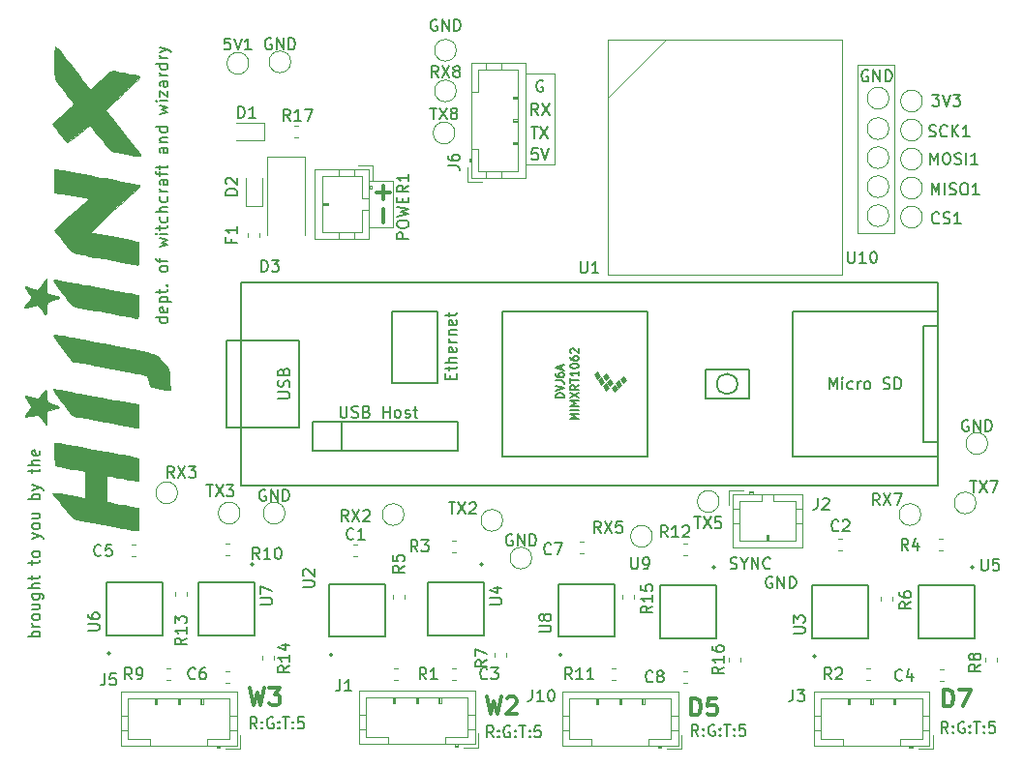
<source format=gbr>
G04 #@! TF.GenerationSoftware,KiCad,Pcbnew,5.1.5+dfsg1-2build2*
G04 #@! TF.CreationDate,2021-08-29T19:27:31-07:00*
G04 #@! TF.ProjectId,Telemetry Board,54656c65-6d65-4747-9279-20426f617264,rev?*
G04 #@! TF.SameCoordinates,Original*
G04 #@! TF.FileFunction,Legend,Top*
G04 #@! TF.FilePolarity,Positive*
%FSLAX46Y46*%
G04 Gerber Fmt 4.6, Leading zero omitted, Abs format (unit mm)*
G04 Created by KiCad (PCBNEW 5.1.5+dfsg1-2build2) date 2021-08-29 19:27:31*
%MOMM*%
%LPD*%
G04 APERTURE LIST*
%ADD10C,0.150000*%
%ADD11C,0.300000*%
%ADD12C,0.120000*%
%ADD13C,0.010000*%
%ADD14C,0.100000*%
%ADD15C,0.127000*%
G04 APERTURE END LIST*
D10*
X208915095Y-103640000D02*
X208819857Y-103592380D01*
X208677000Y-103592380D01*
X208534142Y-103640000D01*
X208438904Y-103735238D01*
X208391285Y-103830476D01*
X208343666Y-104020952D01*
X208343666Y-104163809D01*
X208391285Y-104354285D01*
X208438904Y-104449523D01*
X208534142Y-104544761D01*
X208677000Y-104592380D01*
X208772238Y-104592380D01*
X208915095Y-104544761D01*
X208962714Y-104497142D01*
X208962714Y-104163809D01*
X208772238Y-104163809D01*
X209391285Y-104592380D02*
X209391285Y-103592380D01*
X209962714Y-104592380D01*
X209962714Y-103592380D01*
X210438904Y-104592380D02*
X210438904Y-103592380D01*
X210677000Y-103592380D01*
X210819857Y-103640000D01*
X210915095Y-103735238D01*
X210962714Y-103830476D01*
X211010333Y-104020952D01*
X211010333Y-104163809D01*
X210962714Y-104354285D01*
X210915095Y-104449523D01*
X210819857Y-104544761D01*
X210677000Y-104592380D01*
X210438904Y-104592380D01*
X169037095Y-113673000D02*
X168941857Y-113625380D01*
X168799000Y-113625380D01*
X168656142Y-113673000D01*
X168560904Y-113768238D01*
X168513285Y-113863476D01*
X168465666Y-114053952D01*
X168465666Y-114196809D01*
X168513285Y-114387285D01*
X168560904Y-114482523D01*
X168656142Y-114577761D01*
X168799000Y-114625380D01*
X168894238Y-114625380D01*
X169037095Y-114577761D01*
X169084714Y-114530142D01*
X169084714Y-114196809D01*
X168894238Y-114196809D01*
X169513285Y-114625380D02*
X169513285Y-113625380D01*
X170084714Y-114625380D01*
X170084714Y-113625380D01*
X170560904Y-114625380D02*
X170560904Y-113625380D01*
X170799000Y-113625380D01*
X170941857Y-113673000D01*
X171037095Y-113768238D01*
X171084714Y-113863476D01*
X171132333Y-114053952D01*
X171132333Y-114196809D01*
X171084714Y-114387285D01*
X171037095Y-114482523D01*
X170941857Y-114577761D01*
X170799000Y-114625380D01*
X170560904Y-114625380D01*
X147447095Y-109736000D02*
X147351857Y-109688380D01*
X147209000Y-109688380D01*
X147066142Y-109736000D01*
X146970904Y-109831238D01*
X146923285Y-109926476D01*
X146875666Y-110116952D01*
X146875666Y-110259809D01*
X146923285Y-110450285D01*
X146970904Y-110545523D01*
X147066142Y-110640761D01*
X147209000Y-110688380D01*
X147304238Y-110688380D01*
X147447095Y-110640761D01*
X147494714Y-110593142D01*
X147494714Y-110259809D01*
X147304238Y-110259809D01*
X147923285Y-110688380D02*
X147923285Y-109688380D01*
X148494714Y-110688380D01*
X148494714Y-109688380D01*
X148970904Y-110688380D02*
X148970904Y-109688380D01*
X149209000Y-109688380D01*
X149351857Y-109736000D01*
X149447095Y-109831238D01*
X149494714Y-109926476D01*
X149542333Y-110116952D01*
X149542333Y-110259809D01*
X149494714Y-110450285D01*
X149447095Y-110545523D01*
X149351857Y-110640761D01*
X149209000Y-110688380D01*
X148970904Y-110688380D01*
X147955095Y-70239000D02*
X147859857Y-70191380D01*
X147717000Y-70191380D01*
X147574142Y-70239000D01*
X147478904Y-70334238D01*
X147431285Y-70429476D01*
X147383666Y-70619952D01*
X147383666Y-70762809D01*
X147431285Y-70953285D01*
X147478904Y-71048523D01*
X147574142Y-71143761D01*
X147717000Y-71191380D01*
X147812238Y-71191380D01*
X147955095Y-71143761D01*
X148002714Y-71096142D01*
X148002714Y-70762809D01*
X147812238Y-70762809D01*
X148431285Y-71191380D02*
X148431285Y-70191380D01*
X149002714Y-71191380D01*
X149002714Y-70191380D01*
X149478904Y-71191380D02*
X149478904Y-70191380D01*
X149717000Y-70191380D01*
X149859857Y-70239000D01*
X149955095Y-70334238D01*
X150002714Y-70429476D01*
X150050333Y-70619952D01*
X150050333Y-70762809D01*
X150002714Y-70953285D01*
X149955095Y-71048523D01*
X149859857Y-71143761D01*
X149717000Y-71191380D01*
X149478904Y-71191380D01*
D11*
X146089857Y-127067571D02*
X146447000Y-128567571D01*
X146732714Y-127496142D01*
X147018428Y-128567571D01*
X147375571Y-127067571D01*
X147804142Y-127067571D02*
X148732714Y-127067571D01*
X148232714Y-127639000D01*
X148447000Y-127639000D01*
X148589857Y-127710428D01*
X148661285Y-127781857D01*
X148732714Y-127924714D01*
X148732714Y-128281857D01*
X148661285Y-128424714D01*
X148589857Y-128496142D01*
X148447000Y-128567571D01*
X148018428Y-128567571D01*
X147875571Y-128496142D01*
X147804142Y-128424714D01*
D10*
X146701095Y-130627380D02*
X146367761Y-130151190D01*
X146129666Y-130627380D02*
X146129666Y-129627380D01*
X146510619Y-129627380D01*
X146605857Y-129675000D01*
X146653476Y-129722619D01*
X146701095Y-129817857D01*
X146701095Y-129960714D01*
X146653476Y-130055952D01*
X146605857Y-130103571D01*
X146510619Y-130151190D01*
X146129666Y-130151190D01*
X147129666Y-130532142D02*
X147177285Y-130579761D01*
X147129666Y-130627380D01*
X147082047Y-130579761D01*
X147129666Y-130532142D01*
X147129666Y-130627380D01*
X147129666Y-130008333D02*
X147177285Y-130055952D01*
X147129666Y-130103571D01*
X147082047Y-130055952D01*
X147129666Y-130008333D01*
X147129666Y-130103571D01*
X148129666Y-129675000D02*
X148034428Y-129627380D01*
X147891571Y-129627380D01*
X147748714Y-129675000D01*
X147653476Y-129770238D01*
X147605857Y-129865476D01*
X147558238Y-130055952D01*
X147558238Y-130198809D01*
X147605857Y-130389285D01*
X147653476Y-130484523D01*
X147748714Y-130579761D01*
X147891571Y-130627380D01*
X147986809Y-130627380D01*
X148129666Y-130579761D01*
X148177285Y-130532142D01*
X148177285Y-130198809D01*
X147986809Y-130198809D01*
X148605857Y-130532142D02*
X148653476Y-130579761D01*
X148605857Y-130627380D01*
X148558238Y-130579761D01*
X148605857Y-130532142D01*
X148605857Y-130627380D01*
X148605857Y-130008333D02*
X148653476Y-130055952D01*
X148605857Y-130103571D01*
X148558238Y-130055952D01*
X148605857Y-130008333D01*
X148605857Y-130103571D01*
X148939190Y-129627380D02*
X149510619Y-129627380D01*
X149224904Y-130627380D02*
X149224904Y-129627380D01*
X149843952Y-130532142D02*
X149891571Y-130579761D01*
X149843952Y-130627380D01*
X149796333Y-130579761D01*
X149843952Y-130532142D01*
X149843952Y-130627380D01*
X149843952Y-130008333D02*
X149891571Y-130055952D01*
X149843952Y-130103571D01*
X149796333Y-130055952D01*
X149843952Y-130008333D01*
X149843952Y-130103571D01*
X150796333Y-129627380D02*
X150320142Y-129627380D01*
X150272523Y-130103571D01*
X150320142Y-130055952D01*
X150415380Y-130008333D01*
X150653476Y-130008333D01*
X150748714Y-130055952D01*
X150796333Y-130103571D01*
X150843952Y-130198809D01*
X150843952Y-130436904D01*
X150796333Y-130532142D01*
X150748714Y-130579761D01*
X150653476Y-130627380D01*
X150415380Y-130627380D01*
X150320142Y-130579761D01*
X150272523Y-130532142D01*
X162433095Y-68588000D02*
X162337857Y-68540380D01*
X162195000Y-68540380D01*
X162052142Y-68588000D01*
X161956904Y-68683238D01*
X161909285Y-68778476D01*
X161861666Y-68968952D01*
X161861666Y-69111809D01*
X161909285Y-69302285D01*
X161956904Y-69397523D01*
X162052142Y-69492761D01*
X162195000Y-69540380D01*
X162290238Y-69540380D01*
X162433095Y-69492761D01*
X162480714Y-69445142D01*
X162480714Y-69111809D01*
X162290238Y-69111809D01*
X162909285Y-69540380D02*
X162909285Y-68540380D01*
X163480714Y-69540380D01*
X163480714Y-68540380D01*
X163956904Y-69540380D02*
X163956904Y-68540380D01*
X164195000Y-68540380D01*
X164337857Y-68588000D01*
X164433095Y-68683238D01*
X164480714Y-68778476D01*
X164528333Y-68968952D01*
X164528333Y-69111809D01*
X164480714Y-69302285D01*
X164433095Y-69397523D01*
X164337857Y-69492761D01*
X164195000Y-69540380D01*
X163956904Y-69540380D01*
X200152095Y-73033000D02*
X200056857Y-72985380D01*
X199914000Y-72985380D01*
X199771142Y-73033000D01*
X199675904Y-73128238D01*
X199628285Y-73223476D01*
X199580666Y-73413952D01*
X199580666Y-73556809D01*
X199628285Y-73747285D01*
X199675904Y-73842523D01*
X199771142Y-73937761D01*
X199914000Y-73985380D01*
X200009238Y-73985380D01*
X200152095Y-73937761D01*
X200199714Y-73890142D01*
X200199714Y-73556809D01*
X200009238Y-73556809D01*
X200628285Y-73985380D02*
X200628285Y-72985380D01*
X201199714Y-73985380D01*
X201199714Y-72985380D01*
X201675904Y-73985380D02*
X201675904Y-72985380D01*
X201914000Y-72985380D01*
X202056857Y-73033000D01*
X202152095Y-73128238D01*
X202199714Y-73223476D01*
X202247333Y-73413952D01*
X202247333Y-73556809D01*
X202199714Y-73747285D01*
X202152095Y-73842523D01*
X202056857Y-73937761D01*
X201914000Y-73985380D01*
X201675904Y-73985380D01*
X167402095Y-131389380D02*
X167068761Y-130913190D01*
X166830666Y-131389380D02*
X166830666Y-130389380D01*
X167211619Y-130389380D01*
X167306857Y-130437000D01*
X167354476Y-130484619D01*
X167402095Y-130579857D01*
X167402095Y-130722714D01*
X167354476Y-130817952D01*
X167306857Y-130865571D01*
X167211619Y-130913190D01*
X166830666Y-130913190D01*
X167830666Y-131294142D02*
X167878285Y-131341761D01*
X167830666Y-131389380D01*
X167783047Y-131341761D01*
X167830666Y-131294142D01*
X167830666Y-131389380D01*
X167830666Y-130770333D02*
X167878285Y-130817952D01*
X167830666Y-130865571D01*
X167783047Y-130817952D01*
X167830666Y-130770333D01*
X167830666Y-130865571D01*
X168830666Y-130437000D02*
X168735428Y-130389380D01*
X168592571Y-130389380D01*
X168449714Y-130437000D01*
X168354476Y-130532238D01*
X168306857Y-130627476D01*
X168259238Y-130817952D01*
X168259238Y-130960809D01*
X168306857Y-131151285D01*
X168354476Y-131246523D01*
X168449714Y-131341761D01*
X168592571Y-131389380D01*
X168687809Y-131389380D01*
X168830666Y-131341761D01*
X168878285Y-131294142D01*
X168878285Y-130960809D01*
X168687809Y-130960809D01*
X169306857Y-131294142D02*
X169354476Y-131341761D01*
X169306857Y-131389380D01*
X169259238Y-131341761D01*
X169306857Y-131294142D01*
X169306857Y-131389380D01*
X169306857Y-130770333D02*
X169354476Y-130817952D01*
X169306857Y-130865571D01*
X169259238Y-130817952D01*
X169306857Y-130770333D01*
X169306857Y-130865571D01*
X169640190Y-130389380D02*
X170211619Y-130389380D01*
X169925904Y-131389380D02*
X169925904Y-130389380D01*
X170544952Y-131294142D02*
X170592571Y-131341761D01*
X170544952Y-131389380D01*
X170497333Y-131341761D01*
X170544952Y-131294142D01*
X170544952Y-131389380D01*
X170544952Y-130770333D02*
X170592571Y-130817952D01*
X170544952Y-130865571D01*
X170497333Y-130817952D01*
X170544952Y-130770333D01*
X170544952Y-130865571D01*
X171497333Y-130389380D02*
X171021142Y-130389380D01*
X170973523Y-130865571D01*
X171021142Y-130817952D01*
X171116380Y-130770333D01*
X171354476Y-130770333D01*
X171449714Y-130817952D01*
X171497333Y-130865571D01*
X171544952Y-130960809D01*
X171544952Y-131198904D01*
X171497333Y-131294142D01*
X171449714Y-131341761D01*
X171354476Y-131389380D01*
X171116380Y-131389380D01*
X171021142Y-131341761D01*
X170973523Y-131294142D01*
X185309095Y-131262380D02*
X184975761Y-130786190D01*
X184737666Y-131262380D02*
X184737666Y-130262380D01*
X185118619Y-130262380D01*
X185213857Y-130310000D01*
X185261476Y-130357619D01*
X185309095Y-130452857D01*
X185309095Y-130595714D01*
X185261476Y-130690952D01*
X185213857Y-130738571D01*
X185118619Y-130786190D01*
X184737666Y-130786190D01*
X185737666Y-131167142D02*
X185785285Y-131214761D01*
X185737666Y-131262380D01*
X185690047Y-131214761D01*
X185737666Y-131167142D01*
X185737666Y-131262380D01*
X185737666Y-130643333D02*
X185785285Y-130690952D01*
X185737666Y-130738571D01*
X185690047Y-130690952D01*
X185737666Y-130643333D01*
X185737666Y-130738571D01*
X186737666Y-130310000D02*
X186642428Y-130262380D01*
X186499571Y-130262380D01*
X186356714Y-130310000D01*
X186261476Y-130405238D01*
X186213857Y-130500476D01*
X186166238Y-130690952D01*
X186166238Y-130833809D01*
X186213857Y-131024285D01*
X186261476Y-131119523D01*
X186356714Y-131214761D01*
X186499571Y-131262380D01*
X186594809Y-131262380D01*
X186737666Y-131214761D01*
X186785285Y-131167142D01*
X186785285Y-130833809D01*
X186594809Y-130833809D01*
X187213857Y-131167142D02*
X187261476Y-131214761D01*
X187213857Y-131262380D01*
X187166238Y-131214761D01*
X187213857Y-131167142D01*
X187213857Y-131262380D01*
X187213857Y-130643333D02*
X187261476Y-130690952D01*
X187213857Y-130738571D01*
X187166238Y-130690952D01*
X187213857Y-130643333D01*
X187213857Y-130738571D01*
X187547190Y-130262380D02*
X188118619Y-130262380D01*
X187832904Y-131262380D02*
X187832904Y-130262380D01*
X188451952Y-131167142D02*
X188499571Y-131214761D01*
X188451952Y-131262380D01*
X188404333Y-131214761D01*
X188451952Y-131167142D01*
X188451952Y-131262380D01*
X188451952Y-130643333D02*
X188499571Y-130690952D01*
X188451952Y-130738571D01*
X188404333Y-130690952D01*
X188451952Y-130643333D01*
X188451952Y-130738571D01*
X189404333Y-130262380D02*
X188928142Y-130262380D01*
X188880523Y-130738571D01*
X188928142Y-130690952D01*
X189023380Y-130643333D01*
X189261476Y-130643333D01*
X189356714Y-130690952D01*
X189404333Y-130738571D01*
X189451952Y-130833809D01*
X189451952Y-131071904D01*
X189404333Y-131167142D01*
X189356714Y-131214761D01*
X189261476Y-131262380D01*
X189023380Y-131262380D01*
X188928142Y-131214761D01*
X188880523Y-131167142D01*
X191770095Y-117356000D02*
X191674857Y-117308380D01*
X191532000Y-117308380D01*
X191389142Y-117356000D01*
X191293904Y-117451238D01*
X191246285Y-117546476D01*
X191198666Y-117736952D01*
X191198666Y-117879809D01*
X191246285Y-118070285D01*
X191293904Y-118165523D01*
X191389142Y-118260761D01*
X191532000Y-118308380D01*
X191627238Y-118308380D01*
X191770095Y-118260761D01*
X191817714Y-118213142D01*
X191817714Y-117879809D01*
X191627238Y-117879809D01*
X192246285Y-118308380D02*
X192246285Y-117308380D01*
X192817714Y-118308380D01*
X192817714Y-117308380D01*
X193293904Y-118308380D02*
X193293904Y-117308380D01*
X193532000Y-117308380D01*
X193674857Y-117356000D01*
X193770095Y-117451238D01*
X193817714Y-117546476D01*
X193865333Y-117736952D01*
X193865333Y-117879809D01*
X193817714Y-118070285D01*
X193770095Y-118165523D01*
X193674857Y-118260761D01*
X193532000Y-118308380D01*
X193293904Y-118308380D01*
X188126904Y-116609761D02*
X188269761Y-116657380D01*
X188507857Y-116657380D01*
X188603095Y-116609761D01*
X188650714Y-116562142D01*
X188698333Y-116466904D01*
X188698333Y-116371666D01*
X188650714Y-116276428D01*
X188603095Y-116228809D01*
X188507857Y-116181190D01*
X188317380Y-116133571D01*
X188222142Y-116085952D01*
X188174523Y-116038333D01*
X188126904Y-115943095D01*
X188126904Y-115847857D01*
X188174523Y-115752619D01*
X188222142Y-115705000D01*
X188317380Y-115657380D01*
X188555476Y-115657380D01*
X188698333Y-115705000D01*
X189317380Y-116181190D02*
X189317380Y-116657380D01*
X188984047Y-115657380D02*
X189317380Y-116181190D01*
X189650714Y-115657380D01*
X189984047Y-116657380D02*
X189984047Y-115657380D01*
X190555476Y-116657380D01*
X190555476Y-115657380D01*
X191603095Y-116562142D02*
X191555476Y-116609761D01*
X191412619Y-116657380D01*
X191317380Y-116657380D01*
X191174523Y-116609761D01*
X191079285Y-116514523D01*
X191031666Y-116419285D01*
X190984047Y-116228809D01*
X190984047Y-116085952D01*
X191031666Y-115895476D01*
X191079285Y-115800238D01*
X191174523Y-115705000D01*
X191317380Y-115657380D01*
X191412619Y-115657380D01*
X191555476Y-115705000D01*
X191603095Y-115752619D01*
X207153095Y-131008380D02*
X206819761Y-130532190D01*
X206581666Y-131008380D02*
X206581666Y-130008380D01*
X206962619Y-130008380D01*
X207057857Y-130056000D01*
X207105476Y-130103619D01*
X207153095Y-130198857D01*
X207153095Y-130341714D01*
X207105476Y-130436952D01*
X207057857Y-130484571D01*
X206962619Y-130532190D01*
X206581666Y-130532190D01*
X207581666Y-130913142D02*
X207629285Y-130960761D01*
X207581666Y-131008380D01*
X207534047Y-130960761D01*
X207581666Y-130913142D01*
X207581666Y-131008380D01*
X207581666Y-130389333D02*
X207629285Y-130436952D01*
X207581666Y-130484571D01*
X207534047Y-130436952D01*
X207581666Y-130389333D01*
X207581666Y-130484571D01*
X208581666Y-130056000D02*
X208486428Y-130008380D01*
X208343571Y-130008380D01*
X208200714Y-130056000D01*
X208105476Y-130151238D01*
X208057857Y-130246476D01*
X208010238Y-130436952D01*
X208010238Y-130579809D01*
X208057857Y-130770285D01*
X208105476Y-130865523D01*
X208200714Y-130960761D01*
X208343571Y-131008380D01*
X208438809Y-131008380D01*
X208581666Y-130960761D01*
X208629285Y-130913142D01*
X208629285Y-130579809D01*
X208438809Y-130579809D01*
X209057857Y-130913142D02*
X209105476Y-130960761D01*
X209057857Y-131008380D01*
X209010238Y-130960761D01*
X209057857Y-130913142D01*
X209057857Y-131008380D01*
X209057857Y-130389333D02*
X209105476Y-130436952D01*
X209057857Y-130484571D01*
X209010238Y-130436952D01*
X209057857Y-130389333D01*
X209057857Y-130484571D01*
X209391190Y-130008380D02*
X209962619Y-130008380D01*
X209676904Y-131008380D02*
X209676904Y-130008380D01*
X210295952Y-130913142D02*
X210343571Y-130960761D01*
X210295952Y-131008380D01*
X210248333Y-130960761D01*
X210295952Y-130913142D01*
X210295952Y-131008380D01*
X210295952Y-130389333D02*
X210343571Y-130436952D01*
X210295952Y-130484571D01*
X210248333Y-130436952D01*
X210295952Y-130389333D01*
X210295952Y-130484571D01*
X211248333Y-130008380D02*
X210772142Y-130008380D01*
X210724523Y-130484571D01*
X210772142Y-130436952D01*
X210867380Y-130389333D01*
X211105476Y-130389333D01*
X211200714Y-130436952D01*
X211248333Y-130484571D01*
X211295952Y-130579809D01*
X211295952Y-130817904D01*
X211248333Y-130913142D01*
X211200714Y-130960761D01*
X211105476Y-131008380D01*
X210867380Y-131008380D01*
X210772142Y-130960761D01*
X210724523Y-130913142D01*
D12*
X158623000Y-82677000D02*
X156591000Y-82677000D01*
X158623000Y-86741000D02*
X158623000Y-82677000D01*
X156464000Y-86741000D02*
X158623000Y-86741000D01*
X172720000Y-73279000D02*
X170180000Y-73279000D01*
X172720000Y-81280000D02*
X172720000Y-73279000D01*
X170180000Y-81280000D02*
X172720000Y-81280000D01*
D10*
X171711904Y-73922000D02*
X171616666Y-73874380D01*
X171473809Y-73874380D01*
X171330952Y-73922000D01*
X171235714Y-74017238D01*
X171188095Y-74112476D01*
X171140476Y-74302952D01*
X171140476Y-74445809D01*
X171188095Y-74636285D01*
X171235714Y-74731523D01*
X171330952Y-74826761D01*
X171473809Y-74874380D01*
X171569047Y-74874380D01*
X171711904Y-74826761D01*
X171759523Y-74779142D01*
X171759523Y-74445809D01*
X171569047Y-74445809D01*
X171283333Y-76906380D02*
X170950000Y-76430190D01*
X170711904Y-76906380D02*
X170711904Y-75906380D01*
X171092857Y-75906380D01*
X171188095Y-75954000D01*
X171235714Y-76001619D01*
X171283333Y-76096857D01*
X171283333Y-76239714D01*
X171235714Y-76334952D01*
X171188095Y-76382571D01*
X171092857Y-76430190D01*
X170711904Y-76430190D01*
X171616666Y-75906380D02*
X172283333Y-76906380D01*
X172283333Y-75906380D02*
X171616666Y-76906380D01*
X170688095Y-77938380D02*
X171259523Y-77938380D01*
X170973809Y-78938380D02*
X170973809Y-77938380D01*
X171497619Y-77938380D02*
X172164285Y-78938380D01*
X172164285Y-77938380D02*
X171497619Y-78938380D01*
X171259523Y-79843380D02*
X170783333Y-79843380D01*
X170735714Y-80319571D01*
X170783333Y-80271952D01*
X170878571Y-80224333D01*
X171116666Y-80224333D01*
X171211904Y-80271952D01*
X171259523Y-80319571D01*
X171307142Y-80414809D01*
X171307142Y-80652904D01*
X171259523Y-80748142D01*
X171211904Y-80795761D01*
X171116666Y-80843380D01*
X170878571Y-80843380D01*
X170783333Y-80795761D01*
X170735714Y-80748142D01*
X171592857Y-79843380D02*
X171926190Y-80843380D01*
X172259523Y-79843380D01*
D11*
X157753857Y-83121571D02*
X157753857Y-84264428D01*
X157182428Y-83693000D02*
X158325285Y-83693000D01*
X157753857Y-85153571D02*
X157753857Y-86296428D01*
D10*
X138882380Y-94629428D02*
X137882380Y-94629428D01*
X138834761Y-94629428D02*
X138882380Y-94724666D01*
X138882380Y-94915142D01*
X138834761Y-95010380D01*
X138787142Y-95058000D01*
X138691904Y-95105619D01*
X138406190Y-95105619D01*
X138310952Y-95058000D01*
X138263333Y-95010380D01*
X138215714Y-94915142D01*
X138215714Y-94724666D01*
X138263333Y-94629428D01*
X138834761Y-93772285D02*
X138882380Y-93867523D01*
X138882380Y-94058000D01*
X138834761Y-94153238D01*
X138739523Y-94200857D01*
X138358571Y-94200857D01*
X138263333Y-94153238D01*
X138215714Y-94058000D01*
X138215714Y-93867523D01*
X138263333Y-93772285D01*
X138358571Y-93724666D01*
X138453809Y-93724666D01*
X138549047Y-94200857D01*
X138215714Y-93296095D02*
X139215714Y-93296095D01*
X138263333Y-93296095D02*
X138215714Y-93200857D01*
X138215714Y-93010380D01*
X138263333Y-92915142D01*
X138310952Y-92867523D01*
X138406190Y-92819904D01*
X138691904Y-92819904D01*
X138787142Y-92867523D01*
X138834761Y-92915142D01*
X138882380Y-93010380D01*
X138882380Y-93200857D01*
X138834761Y-93296095D01*
X138215714Y-92534190D02*
X138215714Y-92153238D01*
X137882380Y-92391333D02*
X138739523Y-92391333D01*
X138834761Y-92343714D01*
X138882380Y-92248476D01*
X138882380Y-92153238D01*
X138787142Y-91819904D02*
X138834761Y-91772285D01*
X138882380Y-91819904D01*
X138834761Y-91867523D01*
X138787142Y-91819904D01*
X138882380Y-91819904D01*
X138882380Y-90438952D02*
X138834761Y-90534190D01*
X138787142Y-90581809D01*
X138691904Y-90629428D01*
X138406190Y-90629428D01*
X138310952Y-90581809D01*
X138263333Y-90534190D01*
X138215714Y-90438952D01*
X138215714Y-90296095D01*
X138263333Y-90200857D01*
X138310952Y-90153238D01*
X138406190Y-90105619D01*
X138691904Y-90105619D01*
X138787142Y-90153238D01*
X138834761Y-90200857D01*
X138882380Y-90296095D01*
X138882380Y-90438952D01*
X138215714Y-89819904D02*
X138215714Y-89438952D01*
X138882380Y-89677047D02*
X138025238Y-89677047D01*
X137930000Y-89629428D01*
X137882380Y-89534190D01*
X137882380Y-89438952D01*
X138215714Y-88438952D02*
X138882380Y-88248476D01*
X138406190Y-88058000D01*
X138882380Y-87867523D01*
X138215714Y-87677047D01*
X138882380Y-87296095D02*
X138215714Y-87296095D01*
X137882380Y-87296095D02*
X137930000Y-87343714D01*
X137977619Y-87296095D01*
X137930000Y-87248476D01*
X137882380Y-87296095D01*
X137977619Y-87296095D01*
X138215714Y-86962761D02*
X138215714Y-86581809D01*
X137882380Y-86819904D02*
X138739523Y-86819904D01*
X138834761Y-86772285D01*
X138882380Y-86677047D01*
X138882380Y-86581809D01*
X138834761Y-85819904D02*
X138882380Y-85915142D01*
X138882380Y-86105619D01*
X138834761Y-86200857D01*
X138787142Y-86248476D01*
X138691904Y-86296095D01*
X138406190Y-86296095D01*
X138310952Y-86248476D01*
X138263333Y-86200857D01*
X138215714Y-86105619D01*
X138215714Y-85915142D01*
X138263333Y-85819904D01*
X138882380Y-85391333D02*
X137882380Y-85391333D01*
X138882380Y-84962761D02*
X138358571Y-84962761D01*
X138263333Y-85010380D01*
X138215714Y-85105619D01*
X138215714Y-85248476D01*
X138263333Y-85343714D01*
X138310952Y-85391333D01*
X138834761Y-84058000D02*
X138882380Y-84153238D01*
X138882380Y-84343714D01*
X138834761Y-84438952D01*
X138787142Y-84486571D01*
X138691904Y-84534190D01*
X138406190Y-84534190D01*
X138310952Y-84486571D01*
X138263333Y-84438952D01*
X138215714Y-84343714D01*
X138215714Y-84153238D01*
X138263333Y-84058000D01*
X138882380Y-83629428D02*
X138215714Y-83629428D01*
X138406190Y-83629428D02*
X138310952Y-83581809D01*
X138263333Y-83534190D01*
X138215714Y-83438952D01*
X138215714Y-83343714D01*
X138882380Y-82581809D02*
X138358571Y-82581809D01*
X138263333Y-82629428D01*
X138215714Y-82724666D01*
X138215714Y-82915142D01*
X138263333Y-83010380D01*
X138834761Y-82581809D02*
X138882380Y-82677047D01*
X138882380Y-82915142D01*
X138834761Y-83010380D01*
X138739523Y-83058000D01*
X138644285Y-83058000D01*
X138549047Y-83010380D01*
X138501428Y-82915142D01*
X138501428Y-82677047D01*
X138453809Y-82581809D01*
X138215714Y-82248476D02*
X138215714Y-81867523D01*
X138882380Y-82105619D02*
X138025238Y-82105619D01*
X137930000Y-82058000D01*
X137882380Y-81962761D01*
X137882380Y-81867523D01*
X138215714Y-81677047D02*
X138215714Y-81296095D01*
X137882380Y-81534190D02*
X138739523Y-81534190D01*
X138834761Y-81486571D01*
X138882380Y-81391333D01*
X138882380Y-81296095D01*
X138882380Y-79772285D02*
X138358571Y-79772285D01*
X138263333Y-79819904D01*
X138215714Y-79915142D01*
X138215714Y-80105619D01*
X138263333Y-80200857D01*
X138834761Y-79772285D02*
X138882380Y-79867523D01*
X138882380Y-80105619D01*
X138834761Y-80200857D01*
X138739523Y-80248476D01*
X138644285Y-80248476D01*
X138549047Y-80200857D01*
X138501428Y-80105619D01*
X138501428Y-79867523D01*
X138453809Y-79772285D01*
X138215714Y-79296095D02*
X138882380Y-79296095D01*
X138310952Y-79296095D02*
X138263333Y-79248476D01*
X138215714Y-79153238D01*
X138215714Y-79010380D01*
X138263333Y-78915142D01*
X138358571Y-78867523D01*
X138882380Y-78867523D01*
X138882380Y-77962761D02*
X137882380Y-77962761D01*
X138834761Y-77962761D02*
X138882380Y-78058000D01*
X138882380Y-78248476D01*
X138834761Y-78343714D01*
X138787142Y-78391333D01*
X138691904Y-78438952D01*
X138406190Y-78438952D01*
X138310952Y-78391333D01*
X138263333Y-78343714D01*
X138215714Y-78248476D01*
X138215714Y-78058000D01*
X138263333Y-77962761D01*
X138215714Y-76819904D02*
X138882380Y-76629428D01*
X138406190Y-76438952D01*
X138882380Y-76248476D01*
X138215714Y-76058000D01*
X138882380Y-75677047D02*
X138215714Y-75677047D01*
X137882380Y-75677047D02*
X137930000Y-75724666D01*
X137977619Y-75677047D01*
X137930000Y-75629428D01*
X137882380Y-75677047D01*
X137977619Y-75677047D01*
X138215714Y-75296095D02*
X138215714Y-74772285D01*
X138882380Y-75296095D01*
X138882380Y-74772285D01*
X138882380Y-73962761D02*
X138358571Y-73962761D01*
X138263333Y-74010380D01*
X138215714Y-74105619D01*
X138215714Y-74296095D01*
X138263333Y-74391333D01*
X138834761Y-73962761D02*
X138882380Y-74058000D01*
X138882380Y-74296095D01*
X138834761Y-74391333D01*
X138739523Y-74438952D01*
X138644285Y-74438952D01*
X138549047Y-74391333D01*
X138501428Y-74296095D01*
X138501428Y-74058000D01*
X138453809Y-73962761D01*
X138882380Y-73486571D02*
X138215714Y-73486571D01*
X138406190Y-73486571D02*
X138310952Y-73438952D01*
X138263333Y-73391333D01*
X138215714Y-73296095D01*
X138215714Y-73200857D01*
X138882380Y-72438952D02*
X137882380Y-72438952D01*
X138834761Y-72438952D02*
X138882380Y-72534190D01*
X138882380Y-72724666D01*
X138834761Y-72819904D01*
X138787142Y-72867523D01*
X138691904Y-72915142D01*
X138406190Y-72915142D01*
X138310952Y-72867523D01*
X138263333Y-72819904D01*
X138215714Y-72724666D01*
X138215714Y-72534190D01*
X138263333Y-72438952D01*
X138882380Y-71962761D02*
X138215714Y-71962761D01*
X138406190Y-71962761D02*
X138310952Y-71915142D01*
X138263333Y-71867523D01*
X138215714Y-71772285D01*
X138215714Y-71677047D01*
X138215714Y-71438952D02*
X138882380Y-71200857D01*
X138215714Y-70962761D02*
X138882380Y-71200857D01*
X139120476Y-71296095D01*
X139168095Y-71343714D01*
X139215714Y-71438952D01*
X127706380Y-122593666D02*
X126706380Y-122593666D01*
X127087333Y-122593666D02*
X127039714Y-122498428D01*
X127039714Y-122307952D01*
X127087333Y-122212714D01*
X127134952Y-122165095D01*
X127230190Y-122117476D01*
X127515904Y-122117476D01*
X127611142Y-122165095D01*
X127658761Y-122212714D01*
X127706380Y-122307952D01*
X127706380Y-122498428D01*
X127658761Y-122593666D01*
X127706380Y-121688904D02*
X127039714Y-121688904D01*
X127230190Y-121688904D02*
X127134952Y-121641285D01*
X127087333Y-121593666D01*
X127039714Y-121498428D01*
X127039714Y-121403190D01*
X127706380Y-120927000D02*
X127658761Y-121022238D01*
X127611142Y-121069857D01*
X127515904Y-121117476D01*
X127230190Y-121117476D01*
X127134952Y-121069857D01*
X127087333Y-121022238D01*
X127039714Y-120927000D01*
X127039714Y-120784142D01*
X127087333Y-120688904D01*
X127134952Y-120641285D01*
X127230190Y-120593666D01*
X127515904Y-120593666D01*
X127611142Y-120641285D01*
X127658761Y-120688904D01*
X127706380Y-120784142D01*
X127706380Y-120927000D01*
X127039714Y-119736523D02*
X127706380Y-119736523D01*
X127039714Y-120165095D02*
X127563523Y-120165095D01*
X127658761Y-120117476D01*
X127706380Y-120022238D01*
X127706380Y-119879380D01*
X127658761Y-119784142D01*
X127611142Y-119736523D01*
X127039714Y-118831761D02*
X127849238Y-118831761D01*
X127944476Y-118879380D01*
X127992095Y-118927000D01*
X128039714Y-119022238D01*
X128039714Y-119165095D01*
X127992095Y-119260333D01*
X127658761Y-118831761D02*
X127706380Y-118927000D01*
X127706380Y-119117476D01*
X127658761Y-119212714D01*
X127611142Y-119260333D01*
X127515904Y-119307952D01*
X127230190Y-119307952D01*
X127134952Y-119260333D01*
X127087333Y-119212714D01*
X127039714Y-119117476D01*
X127039714Y-118927000D01*
X127087333Y-118831761D01*
X127706380Y-118355571D02*
X126706380Y-118355571D01*
X127706380Y-117927000D02*
X127182571Y-117927000D01*
X127087333Y-117974619D01*
X127039714Y-118069857D01*
X127039714Y-118212714D01*
X127087333Y-118307952D01*
X127134952Y-118355571D01*
X127039714Y-117593666D02*
X127039714Y-117212714D01*
X126706380Y-117450809D02*
X127563523Y-117450809D01*
X127658761Y-117403190D01*
X127706380Y-117307952D01*
X127706380Y-117212714D01*
X127039714Y-116260333D02*
X127039714Y-115879380D01*
X126706380Y-116117476D02*
X127563523Y-116117476D01*
X127658761Y-116069857D01*
X127706380Y-115974619D01*
X127706380Y-115879380D01*
X127706380Y-115403190D02*
X127658761Y-115498428D01*
X127611142Y-115546047D01*
X127515904Y-115593666D01*
X127230190Y-115593666D01*
X127134952Y-115546047D01*
X127087333Y-115498428D01*
X127039714Y-115403190D01*
X127039714Y-115260333D01*
X127087333Y-115165095D01*
X127134952Y-115117476D01*
X127230190Y-115069857D01*
X127515904Y-115069857D01*
X127611142Y-115117476D01*
X127658761Y-115165095D01*
X127706380Y-115260333D01*
X127706380Y-115403190D01*
X127039714Y-113974619D02*
X127706380Y-113736523D01*
X127039714Y-113498428D02*
X127706380Y-113736523D01*
X127944476Y-113831761D01*
X127992095Y-113879380D01*
X128039714Y-113974619D01*
X127706380Y-112974619D02*
X127658761Y-113069857D01*
X127611142Y-113117476D01*
X127515904Y-113165095D01*
X127230190Y-113165095D01*
X127134952Y-113117476D01*
X127087333Y-113069857D01*
X127039714Y-112974619D01*
X127039714Y-112831761D01*
X127087333Y-112736523D01*
X127134952Y-112688904D01*
X127230190Y-112641285D01*
X127515904Y-112641285D01*
X127611142Y-112688904D01*
X127658761Y-112736523D01*
X127706380Y-112831761D01*
X127706380Y-112974619D01*
X127039714Y-111784142D02*
X127706380Y-111784142D01*
X127039714Y-112212714D02*
X127563523Y-112212714D01*
X127658761Y-112165095D01*
X127706380Y-112069857D01*
X127706380Y-111927000D01*
X127658761Y-111831761D01*
X127611142Y-111784142D01*
X127706380Y-110546047D02*
X126706380Y-110546047D01*
X127087333Y-110546047D02*
X127039714Y-110450809D01*
X127039714Y-110260333D01*
X127087333Y-110165095D01*
X127134952Y-110117476D01*
X127230190Y-110069857D01*
X127515904Y-110069857D01*
X127611142Y-110117476D01*
X127658761Y-110165095D01*
X127706380Y-110260333D01*
X127706380Y-110450809D01*
X127658761Y-110546047D01*
X127039714Y-109736523D02*
X127706380Y-109498428D01*
X127039714Y-109260333D02*
X127706380Y-109498428D01*
X127944476Y-109593666D01*
X127992095Y-109641285D01*
X128039714Y-109736523D01*
X127039714Y-108260333D02*
X127039714Y-107879380D01*
X126706380Y-108117476D02*
X127563523Y-108117476D01*
X127658761Y-108069857D01*
X127706380Y-107974619D01*
X127706380Y-107879380D01*
X127706380Y-107546047D02*
X126706380Y-107546047D01*
X127706380Y-107117476D02*
X127182571Y-107117476D01*
X127087333Y-107165095D01*
X127039714Y-107260333D01*
X127039714Y-107403190D01*
X127087333Y-107498428D01*
X127134952Y-107546047D01*
X127658761Y-106260333D02*
X127706380Y-106355571D01*
X127706380Y-106546047D01*
X127658761Y-106641285D01*
X127563523Y-106688904D01*
X127182571Y-106688904D01*
X127087333Y-106641285D01*
X127039714Y-106546047D01*
X127039714Y-106355571D01*
X127087333Y-106260333D01*
X127182571Y-106212714D01*
X127277809Y-106212714D01*
X127373047Y-106688904D01*
D12*
X199263000Y-87249000D02*
X202438000Y-87249000D01*
X199263000Y-72517000D02*
X199263000Y-87249000D01*
X202438000Y-72517000D02*
X199263000Y-72517000D01*
X202438000Y-87249000D02*
X202438000Y-72517000D01*
D11*
X166790857Y-127829571D02*
X167148000Y-129329571D01*
X167433714Y-128258142D01*
X167719428Y-129329571D01*
X168076571Y-127829571D01*
X168576571Y-127972428D02*
X168648000Y-127901000D01*
X168790857Y-127829571D01*
X169148000Y-127829571D01*
X169290857Y-127901000D01*
X169362285Y-127972428D01*
X169433714Y-128115285D01*
X169433714Y-128258142D01*
X169362285Y-128472428D01*
X168505142Y-129329571D01*
X169433714Y-129329571D01*
X184693857Y-129456571D02*
X184693857Y-127956571D01*
X185051000Y-127956571D01*
X185265285Y-128028000D01*
X185408142Y-128170857D01*
X185479571Y-128313714D01*
X185551000Y-128599428D01*
X185551000Y-128813714D01*
X185479571Y-129099428D01*
X185408142Y-129242285D01*
X185265285Y-129385142D01*
X185051000Y-129456571D01*
X184693857Y-129456571D01*
X186908142Y-127956571D02*
X186193857Y-127956571D01*
X186122428Y-128670857D01*
X186193857Y-128599428D01*
X186336714Y-128528000D01*
X186693857Y-128528000D01*
X186836714Y-128599428D01*
X186908142Y-128670857D01*
X186979571Y-128813714D01*
X186979571Y-129170857D01*
X186908142Y-129313714D01*
X186836714Y-129385142D01*
X186693857Y-129456571D01*
X186336714Y-129456571D01*
X186193857Y-129385142D01*
X186122428Y-129313714D01*
X206791857Y-128694571D02*
X206791857Y-127194571D01*
X207149000Y-127194571D01*
X207363285Y-127266000D01*
X207506142Y-127408857D01*
X207577571Y-127551714D01*
X207649000Y-127837428D01*
X207649000Y-128051714D01*
X207577571Y-128337428D01*
X207506142Y-128480285D01*
X207363285Y-128623142D01*
X207149000Y-128694571D01*
X206791857Y-128694571D01*
X208149000Y-127194571D02*
X209149000Y-127194571D01*
X208506142Y-128694571D01*
D12*
X210627000Y-105664000D02*
G75*
G03X210627000Y-105664000I-950000J0D01*
G01*
X170749000Y-115697000D02*
G75*
G03X170749000Y-115697000I-950000J0D01*
G01*
D13*
G36*
X126416678Y-93616071D02*
G01*
X126549224Y-93422278D01*
X126661333Y-93283281D01*
X126826798Y-93079490D01*
X126934360Y-92926899D01*
X126957666Y-92875986D01*
X126911800Y-92779883D01*
X126792612Y-92591840D01*
X126655515Y-92394318D01*
X126504087Y-92166983D01*
X126412708Y-91996701D01*
X126399718Y-91927392D01*
X126497688Y-91927852D01*
X126709022Y-91974089D01*
X126977036Y-92052703D01*
X127508000Y-92224368D01*
X127677333Y-92001642D01*
X127852613Y-91784008D01*
X128055533Y-91548638D01*
X128077018Y-91524791D01*
X128307369Y-91270666D01*
X128309851Y-91877161D01*
X128312333Y-92483655D01*
X128836964Y-92646722D01*
X129180580Y-92770425D01*
X129356189Y-92875906D01*
X129364091Y-92963560D01*
X129204586Y-93033781D01*
X129142318Y-93047903D01*
X128849418Y-93119984D01*
X128587500Y-93199624D01*
X128437775Y-93258910D01*
X128355472Y-93336533D01*
X128320422Y-93478525D01*
X128312456Y-93730920D01*
X128312333Y-93827675D01*
X128302538Y-94134695D01*
X128268733Y-94302434D01*
X128204286Y-94360051D01*
X128191038Y-94361000D01*
X128064790Y-94291369D01*
X128019696Y-94212833D01*
X127933288Y-94060141D01*
X127777127Y-93856074D01*
X127714858Y-93785032D01*
X127543703Y-93613916D01*
X127411299Y-93551113D01*
X127251234Y-93572221D01*
X127187701Y-93591327D01*
X126817035Y-93707096D01*
X126578523Y-93776142D01*
X126443118Y-93803600D01*
X126381778Y-93794609D01*
X126365458Y-93754305D01*
X126365000Y-93736835D01*
X126416678Y-93616071D01*
G37*
X126416678Y-93616071D02*
X126549224Y-93422278D01*
X126661333Y-93283281D01*
X126826798Y-93079490D01*
X126934360Y-92926899D01*
X126957666Y-92875986D01*
X126911800Y-92779883D01*
X126792612Y-92591840D01*
X126655515Y-92394318D01*
X126504087Y-92166983D01*
X126412708Y-91996701D01*
X126399718Y-91927392D01*
X126497688Y-91927852D01*
X126709022Y-91974089D01*
X126977036Y-92052703D01*
X127508000Y-92224368D01*
X127677333Y-92001642D01*
X127852613Y-91784008D01*
X128055533Y-91548638D01*
X128077018Y-91524791D01*
X128307369Y-91270666D01*
X128309851Y-91877161D01*
X128312333Y-92483655D01*
X128836964Y-92646722D01*
X129180580Y-92770425D01*
X129356189Y-92875906D01*
X129364091Y-92963560D01*
X129204586Y-93033781D01*
X129142318Y-93047903D01*
X128849418Y-93119984D01*
X128587500Y-93199624D01*
X128437775Y-93258910D01*
X128355472Y-93336533D01*
X128320422Y-93478525D01*
X128312456Y-93730920D01*
X128312333Y-93827675D01*
X128302538Y-94134695D01*
X128268733Y-94302434D01*
X128204286Y-94360051D01*
X128191038Y-94361000D01*
X128064790Y-94291369D01*
X128019696Y-94212833D01*
X127933288Y-94060141D01*
X127777127Y-93856074D01*
X127714858Y-93785032D01*
X127543703Y-93613916D01*
X127411299Y-93551113D01*
X127251234Y-93572221D01*
X127187701Y-93591327D01*
X126817035Y-93707096D01*
X126578523Y-93776142D01*
X126443118Y-93803600D01*
X126381778Y-93794609D01*
X126365458Y-93754305D01*
X126365000Y-93736835D01*
X126416678Y-93616071D01*
G36*
X126408504Y-103215717D02*
G01*
X126511343Y-103047043D01*
X126586026Y-102947364D01*
X126749954Y-102739144D01*
X126875566Y-102576664D01*
X126905141Y-102537198D01*
X126901070Y-102402402D01*
X126776070Y-102161305D01*
X126661786Y-101992882D01*
X126505954Y-101759016D01*
X126409850Y-101580928D01*
X126393771Y-101500673D01*
X126498142Y-101491430D01*
X126703133Y-101526323D01*
X126806459Y-101552803D01*
X127166231Y-101650784D01*
X127396898Y-101703021D01*
X127531143Y-101713765D01*
X127601646Y-101687265D01*
X127624580Y-101659191D01*
X127759769Y-101466485D01*
X127928564Y-101258816D01*
X128091798Y-101080578D01*
X128210306Y-100976164D01*
X128237039Y-100965000D01*
X128275558Y-101042183D01*
X128302704Y-101243959D01*
X128312333Y-101509628D01*
X128318153Y-101808265D01*
X128344571Y-101980014D01*
X128405027Y-102067169D01*
X128502833Y-102109161D01*
X128818192Y-102209556D01*
X129102232Y-102316403D01*
X129313563Y-102412475D01*
X129410794Y-102480549D01*
X129413000Y-102487936D01*
X129337878Y-102538739D01*
X129140875Y-102613825D01*
X128864530Y-102696997D01*
X128862666Y-102697502D01*
X128312333Y-102846471D01*
X128312333Y-103429735D01*
X128303561Y-103719259D01*
X128280507Y-103927999D01*
X128248058Y-104012788D01*
X128246273Y-104013000D01*
X128167311Y-103949205D01*
X128023516Y-103781874D01*
X127845869Y-103547091D01*
X127844106Y-103544636D01*
X127646675Y-103287492D01*
X127503903Y-103153495D01*
X127386684Y-103118630D01*
X127338666Y-103127590D01*
X127007857Y-103218212D01*
X126710204Y-103282933D01*
X126489198Y-103313679D01*
X126389547Y-103303770D01*
X126408504Y-103215717D01*
G37*
X126408504Y-103215717D02*
X126511343Y-103047043D01*
X126586026Y-102947364D01*
X126749954Y-102739144D01*
X126875566Y-102576664D01*
X126905141Y-102537198D01*
X126901070Y-102402402D01*
X126776070Y-102161305D01*
X126661786Y-101992882D01*
X126505954Y-101759016D01*
X126409850Y-101580928D01*
X126393771Y-101500673D01*
X126498142Y-101491430D01*
X126703133Y-101526323D01*
X126806459Y-101552803D01*
X127166231Y-101650784D01*
X127396898Y-101703021D01*
X127531143Y-101713765D01*
X127601646Y-101687265D01*
X127624580Y-101659191D01*
X127759769Y-101466485D01*
X127928564Y-101258816D01*
X128091798Y-101080578D01*
X128210306Y-100976164D01*
X128237039Y-100965000D01*
X128275558Y-101042183D01*
X128302704Y-101243959D01*
X128312333Y-101509628D01*
X128318153Y-101808265D01*
X128344571Y-101980014D01*
X128405027Y-102067169D01*
X128502833Y-102109161D01*
X128818192Y-102209556D01*
X129102232Y-102316403D01*
X129313563Y-102412475D01*
X129410794Y-102480549D01*
X129413000Y-102487936D01*
X129337878Y-102538739D01*
X129140875Y-102613825D01*
X128864530Y-102696997D01*
X128862666Y-102697502D01*
X128312333Y-102846471D01*
X128312333Y-103429735D01*
X128303561Y-103719259D01*
X128280507Y-103927999D01*
X128248058Y-104012788D01*
X128246273Y-104013000D01*
X128167311Y-103949205D01*
X128023516Y-103781874D01*
X127845869Y-103547091D01*
X127844106Y-103544636D01*
X127646675Y-103287492D01*
X127503903Y-103153495D01*
X127386684Y-103118630D01*
X127338666Y-103127590D01*
X127007857Y-103218212D01*
X126710204Y-103282933D01*
X126489198Y-103313679D01*
X126389547Y-103303770D01*
X126408504Y-103215717D01*
G36*
X128974991Y-91333588D02*
G01*
X129137833Y-91353375D01*
X129360172Y-91401242D01*
X129734209Y-91471703D01*
X130244226Y-91561941D01*
X130874506Y-91669142D01*
X131233333Y-91728802D01*
X131536923Y-91783138D01*
X131921199Y-91857602D01*
X132291666Y-91933707D01*
X132649339Y-92006281D01*
X133105604Y-92093937D01*
X133592057Y-92183713D01*
X133900333Y-92238513D01*
X134382246Y-92322944D01*
X134892938Y-92413046D01*
X135357994Y-92495663D01*
X135593666Y-92537877D01*
X135919786Y-92596189D01*
X136174117Y-92640913D01*
X136317208Y-92665143D01*
X136334500Y-92667551D01*
X136342823Y-92746701D01*
X136349607Y-92961797D01*
X136354127Y-93279455D01*
X136355666Y-93643990D01*
X136351397Y-94083013D01*
X136336468Y-94379223D01*
X136307700Y-94558976D01*
X136261914Y-94648629D01*
X136232158Y-94667709D01*
X136070518Y-94676734D01*
X135845814Y-94634296D01*
X135829991Y-94629573D01*
X135572306Y-94566082D01*
X135251902Y-94507010D01*
X135128000Y-94489115D01*
X134807005Y-94440220D01*
X134500848Y-94382274D01*
X134408333Y-94361224D01*
X134148947Y-94302654D01*
X133819956Y-94235137D01*
X133646333Y-94201882D01*
X133325403Y-94142141D01*
X132922550Y-94066860D01*
X132522260Y-93991827D01*
X132503333Y-93988271D01*
X132069251Y-93907899D01*
X131594034Y-93821687D01*
X131199202Y-93751581D01*
X130861697Y-93684643D01*
X130641911Y-93612444D01*
X130489224Y-93511411D01*
X130353015Y-93357976D01*
X130352536Y-93357355D01*
X130183277Y-93141724D01*
X129957937Y-92859238D01*
X129744661Y-92594959D01*
X129460101Y-92232901D01*
X129215556Y-91899498D01*
X129030255Y-91622831D01*
X128923430Y-91430983D01*
X128905000Y-91368834D01*
X128974991Y-91333588D01*
G37*
X128974991Y-91333588D02*
X129137833Y-91353375D01*
X129360172Y-91401242D01*
X129734209Y-91471703D01*
X130244226Y-91561941D01*
X130874506Y-91669142D01*
X131233333Y-91728802D01*
X131536923Y-91783138D01*
X131921199Y-91857602D01*
X132291666Y-91933707D01*
X132649339Y-92006281D01*
X133105604Y-92093937D01*
X133592057Y-92183713D01*
X133900333Y-92238513D01*
X134382246Y-92322944D01*
X134892938Y-92413046D01*
X135357994Y-92495663D01*
X135593666Y-92537877D01*
X135919786Y-92596189D01*
X136174117Y-92640913D01*
X136317208Y-92665143D01*
X136334500Y-92667551D01*
X136342823Y-92746701D01*
X136349607Y-92961797D01*
X136354127Y-93279455D01*
X136355666Y-93643990D01*
X136351397Y-94083013D01*
X136336468Y-94379223D01*
X136307700Y-94558976D01*
X136261914Y-94648629D01*
X136232158Y-94667709D01*
X136070518Y-94676734D01*
X135845814Y-94634296D01*
X135829991Y-94629573D01*
X135572306Y-94566082D01*
X135251902Y-94507010D01*
X135128000Y-94489115D01*
X134807005Y-94440220D01*
X134500848Y-94382274D01*
X134408333Y-94361224D01*
X134148947Y-94302654D01*
X133819956Y-94235137D01*
X133646333Y-94201882D01*
X133325403Y-94142141D01*
X132922550Y-94066860D01*
X132522260Y-93991827D01*
X132503333Y-93988271D01*
X132069251Y-93907899D01*
X131594034Y-93821687D01*
X131199202Y-93751581D01*
X130861697Y-93684643D01*
X130641911Y-93612444D01*
X130489224Y-93511411D01*
X130353015Y-93357976D01*
X130352536Y-93357355D01*
X130183277Y-93141724D01*
X129957937Y-92859238D01*
X129744661Y-92594959D01*
X129460101Y-92232901D01*
X129215556Y-91899498D01*
X129030255Y-91622831D01*
X128923430Y-91430983D01*
X128905000Y-91368834D01*
X128974991Y-91333588D01*
G36*
X128941216Y-100910048D02*
G01*
X129169523Y-100937651D01*
X129495194Y-100989824D01*
X129884196Y-101060773D01*
X130302495Y-101144708D01*
X130640666Y-101218519D01*
X130865492Y-101265792D01*
X131205372Y-101332683D01*
X131608644Y-101409172D01*
X131910666Y-101464820D01*
X132472251Y-101567165D01*
X133092745Y-101680684D01*
X133735090Y-101798558D01*
X134362227Y-101913965D01*
X134937097Y-102020086D01*
X135422642Y-102110100D01*
X135781803Y-102177187D01*
X135805333Y-102181616D01*
X136313333Y-102277333D01*
X136337269Y-103281753D01*
X136361206Y-104286173D01*
X136083269Y-104242503D01*
X135708361Y-104180768D01*
X135213551Y-104095194D01*
X134645197Y-103994054D01*
X134049658Y-103885621D01*
X133473294Y-103778166D01*
X133350000Y-103754780D01*
X132957015Y-103680124D01*
X132612865Y-103615031D01*
X132359382Y-103567396D01*
X132249333Y-103547046D01*
X131687469Y-103447663D01*
X131264624Y-103371545D01*
X130954235Y-103306497D01*
X130729743Y-103240322D01*
X130564586Y-103160824D01*
X130432205Y-103055806D01*
X130306039Y-102913072D01*
X130159526Y-102720426D01*
X130005666Y-102516778D01*
X129858178Y-102325154D01*
X129644385Y-102047425D01*
X129401286Y-101731657D01*
X129298396Y-101598018D01*
X129090220Y-101318388D01*
X128934229Y-101090918D01*
X128850937Y-100946563D01*
X128844305Y-100912805D01*
X128941216Y-100910048D01*
G37*
X128941216Y-100910048D02*
X129169523Y-100937651D01*
X129495194Y-100989824D01*
X129884196Y-101060773D01*
X130302495Y-101144708D01*
X130640666Y-101218519D01*
X130865492Y-101265792D01*
X131205372Y-101332683D01*
X131608644Y-101409172D01*
X131910666Y-101464820D01*
X132472251Y-101567165D01*
X133092745Y-101680684D01*
X133735090Y-101798558D01*
X134362227Y-101913965D01*
X134937097Y-102020086D01*
X135422642Y-102110100D01*
X135781803Y-102177187D01*
X135805333Y-102181616D01*
X136313333Y-102277333D01*
X136337269Y-103281753D01*
X136361206Y-104286173D01*
X136083269Y-104242503D01*
X135708361Y-104180768D01*
X135213551Y-104095194D01*
X134645197Y-103994054D01*
X134049658Y-103885621D01*
X133473294Y-103778166D01*
X133350000Y-103754780D01*
X132957015Y-103680124D01*
X132612865Y-103615031D01*
X132359382Y-103567396D01*
X132249333Y-103547046D01*
X131687469Y-103447663D01*
X131264624Y-103371545D01*
X130954235Y-103306497D01*
X130729743Y-103240322D01*
X130564586Y-103160824D01*
X130432205Y-103055806D01*
X130306039Y-102913072D01*
X130159526Y-102720426D01*
X130005666Y-102516778D01*
X129858178Y-102325154D01*
X129644385Y-102047425D01*
X129401286Y-101731657D01*
X129298396Y-101598018D01*
X129090220Y-101318388D01*
X128934229Y-101090918D01*
X128850937Y-100946563D01*
X128844305Y-100912805D01*
X128941216Y-100910048D01*
G36*
X128832958Y-109988346D02*
G01*
X128932316Y-109985666D01*
X129165657Y-110010342D01*
X129500793Y-110057155D01*
X129905537Y-110120887D01*
X130347699Y-110196320D01*
X130795094Y-110278234D01*
X131215533Y-110361412D01*
X131466166Y-110415260D01*
X131699000Y-110467407D01*
X131699000Y-108111929D01*
X131212166Y-108013605D01*
X130858679Y-107945298D01*
X130441588Y-107869056D01*
X130132666Y-107815295D01*
X129792974Y-107755944D01*
X129484901Y-107698631D01*
X129286000Y-107658081D01*
X129032000Y-107600851D01*
X129008059Y-106601230D01*
X128984119Y-105601608D01*
X129389059Y-105657567D01*
X129730446Y-105710030D01*
X130190762Y-105788265D01*
X130723076Y-105883932D01*
X131280455Y-105988692D01*
X131572000Y-106045449D01*
X131898814Y-106108634D01*
X132351396Y-106194347D01*
X132888882Y-106294996D01*
X133470406Y-106402987D01*
X134055103Y-106510726D01*
X134602110Y-106610620D01*
X135001000Y-106682631D01*
X135382021Y-106752288D01*
X135727067Y-106817807D01*
X135983378Y-106869070D01*
X136059333Y-106885626D01*
X136313333Y-106944482D01*
X136361239Y-108946710D01*
X136040953Y-108897999D01*
X135809811Y-108860595D01*
X135472732Y-108803334D01*
X135090395Y-108736579D01*
X134958666Y-108713166D01*
X134575266Y-108645478D01*
X134216607Y-108583544D01*
X133943137Y-108537759D01*
X133879166Y-108527540D01*
X133561666Y-108478037D01*
X133561666Y-110783107D01*
X133794500Y-110829024D01*
X134025787Y-110875962D01*
X134319036Y-110937101D01*
X134408333Y-110956014D01*
X134668005Y-111008264D01*
X135030189Y-111077321D01*
X135430560Y-111151004D01*
X135572500Y-111176467D01*
X136355666Y-111315848D01*
X136355666Y-113241666D01*
X136023223Y-113241666D01*
X135797822Y-113224523D01*
X135460763Y-113178389D01*
X135065646Y-113111209D01*
X134816723Y-113062821D01*
X134216965Y-112941277D01*
X133718836Y-112843584D01*
X133258473Y-112757740D01*
X132772010Y-112671740D01*
X132376333Y-112604099D01*
X131816277Y-112505769D01*
X131328795Y-112413372D01*
X130944120Y-112332941D01*
X130692485Y-112270508D01*
X130669639Y-112263561D01*
X130550845Y-112177027D01*
X130371870Y-111991730D01*
X130170538Y-111746998D01*
X130161853Y-111735605D01*
X129975066Y-111491898D01*
X129828532Y-111304668D01*
X129751949Y-111211819D01*
X129749800Y-111209666D01*
X129679271Y-111125611D01*
X129536741Y-110945386D01*
X129352728Y-110707596D01*
X129348182Y-110701666D01*
X129153838Y-110449717D01*
X128991053Y-110241456D01*
X128897221Y-110124597D01*
X128831271Y-110017504D01*
X128832958Y-109988346D01*
G37*
X128832958Y-109988346D02*
X128932316Y-109985666D01*
X129165657Y-110010342D01*
X129500793Y-110057155D01*
X129905537Y-110120887D01*
X130347699Y-110196320D01*
X130795094Y-110278234D01*
X131215533Y-110361412D01*
X131466166Y-110415260D01*
X131699000Y-110467407D01*
X131699000Y-108111929D01*
X131212166Y-108013605D01*
X130858679Y-107945298D01*
X130441588Y-107869056D01*
X130132666Y-107815295D01*
X129792974Y-107755944D01*
X129484901Y-107698631D01*
X129286000Y-107658081D01*
X129032000Y-107600851D01*
X129008059Y-106601230D01*
X128984119Y-105601608D01*
X129389059Y-105657567D01*
X129730446Y-105710030D01*
X130190762Y-105788265D01*
X130723076Y-105883932D01*
X131280455Y-105988692D01*
X131572000Y-106045449D01*
X131898814Y-106108634D01*
X132351396Y-106194347D01*
X132888882Y-106294996D01*
X133470406Y-106402987D01*
X134055103Y-106510726D01*
X134602110Y-106610620D01*
X135001000Y-106682631D01*
X135382021Y-106752288D01*
X135727067Y-106817807D01*
X135983378Y-106869070D01*
X136059333Y-106885626D01*
X136313333Y-106944482D01*
X136361239Y-108946710D01*
X136040953Y-108897999D01*
X135809811Y-108860595D01*
X135472732Y-108803334D01*
X135090395Y-108736579D01*
X134958666Y-108713166D01*
X134575266Y-108645478D01*
X134216607Y-108583544D01*
X133943137Y-108537759D01*
X133879166Y-108527540D01*
X133561666Y-108478037D01*
X133561666Y-110783107D01*
X133794500Y-110829024D01*
X134025787Y-110875962D01*
X134319036Y-110937101D01*
X134408333Y-110956014D01*
X134668005Y-111008264D01*
X135030189Y-111077321D01*
X135430560Y-111151004D01*
X135572500Y-111176467D01*
X136355666Y-111315848D01*
X136355666Y-113241666D01*
X136023223Y-113241666D01*
X135797822Y-113224523D01*
X135460763Y-113178389D01*
X135065646Y-113111209D01*
X134816723Y-113062821D01*
X134216965Y-112941277D01*
X133718836Y-112843584D01*
X133258473Y-112757740D01*
X132772010Y-112671740D01*
X132376333Y-112604099D01*
X131816277Y-112505769D01*
X131328795Y-112413372D01*
X130944120Y-112332941D01*
X130692485Y-112270508D01*
X130669639Y-112263561D01*
X130550845Y-112177027D01*
X130371870Y-111991730D01*
X130170538Y-111746998D01*
X130161853Y-111735605D01*
X129975066Y-111491898D01*
X129828532Y-111304668D01*
X129751949Y-111211819D01*
X129749800Y-111209666D01*
X129679271Y-111125611D01*
X129536741Y-110945386D01*
X129352728Y-110707596D01*
X129348182Y-110701666D01*
X129153838Y-110449717D01*
X128991053Y-110241456D01*
X128897221Y-110124597D01*
X128831271Y-110017504D01*
X128832958Y-109988346D01*
G36*
X129222500Y-81690010D02*
G01*
X129413106Y-81725072D01*
X129714084Y-81780760D01*
X130069335Y-81846689D01*
X130175000Y-81866334D01*
X130539895Y-81933571D01*
X131012394Y-82019726D01*
X131533380Y-82114061D01*
X132043740Y-82205840D01*
X132080000Y-82212332D01*
X132623393Y-82310004D01*
X133062300Y-82390275D01*
X133452507Y-82463814D01*
X133849800Y-82541293D01*
X134309966Y-82633381D01*
X134789333Y-82730526D01*
X135374111Y-82847028D01*
X135837518Y-82934387D01*
X136164637Y-82989897D01*
X136334500Y-83010619D01*
X136433091Y-83061080D01*
X136440333Y-83087459D01*
X136380659Y-83163039D01*
X136213393Y-83335462D01*
X135956168Y-83587582D01*
X135626616Y-83902258D01*
X135242368Y-84262346D01*
X135025230Y-84463292D01*
X134557876Y-84895059D01*
X134077739Y-85340562D01*
X133617661Y-85769192D01*
X133210485Y-86150338D01*
X132889052Y-86453391D01*
X132840739Y-86499278D01*
X132071352Y-87231222D01*
X132372009Y-87278517D01*
X133943074Y-87545550D01*
X135212666Y-87795455D01*
X135608324Y-87877737D01*
X135942818Y-87945485D01*
X136181806Y-87991870D01*
X136290947Y-88010065D01*
X136292166Y-88010110D01*
X136316619Y-88089689D01*
X136336704Y-88305920D01*
X136350394Y-88626142D01*
X136355659Y-89017689D01*
X136355666Y-89032705D01*
X136353734Y-89462909D01*
X136345277Y-89750092D01*
X136326304Y-89920548D01*
X136292824Y-90000571D01*
X136240845Y-90016455D01*
X136207500Y-90008817D01*
X136060448Y-89975382D01*
X135793432Y-89924795D01*
X135453824Y-89865840D01*
X135297333Y-89840112D01*
X134894158Y-89771633D01*
X134497724Y-89698709D01*
X134178436Y-89634433D01*
X134112000Y-89619665D01*
X133820756Y-89559050D01*
X133436961Y-89487597D01*
X133035585Y-89419154D01*
X132969000Y-89408499D01*
X132546436Y-89336715D01*
X132046132Y-89244402D01*
X131555620Y-89147895D01*
X131402666Y-89116194D01*
X130976805Y-89018229D01*
X130666608Y-88914427D01*
X130424694Y-88774054D01*
X130203682Y-88566376D01*
X129956189Y-88260659D01*
X129836333Y-88100209D01*
X129657887Y-87866578D01*
X129434561Y-87584249D01*
X129307166Y-87427184D01*
X129137368Y-87212957D01*
X129022158Y-87053447D01*
X128989666Y-86993047D01*
X129018409Y-86953534D01*
X129110410Y-86858928D01*
X129274325Y-86701202D01*
X129518812Y-86472331D01*
X129852525Y-86164290D01*
X130284123Y-85769052D01*
X130822262Y-85278592D01*
X131475599Y-84684885D01*
X131650638Y-84526017D01*
X131992242Y-84216035D01*
X131655121Y-84158615D01*
X131168106Y-84073646D01*
X130630072Y-83976532D01*
X130103550Y-83878797D01*
X129651076Y-83791965D01*
X129476500Y-83757125D01*
X128989666Y-83658070D01*
X128989666Y-81647545D01*
X129222500Y-81690010D01*
G37*
X129222500Y-81690010D02*
X129413106Y-81725072D01*
X129714084Y-81780760D01*
X130069335Y-81846689D01*
X130175000Y-81866334D01*
X130539895Y-81933571D01*
X131012394Y-82019726D01*
X131533380Y-82114061D01*
X132043740Y-82205840D01*
X132080000Y-82212332D01*
X132623393Y-82310004D01*
X133062300Y-82390275D01*
X133452507Y-82463814D01*
X133849800Y-82541293D01*
X134309966Y-82633381D01*
X134789333Y-82730526D01*
X135374111Y-82847028D01*
X135837518Y-82934387D01*
X136164637Y-82989897D01*
X136334500Y-83010619D01*
X136433091Y-83061080D01*
X136440333Y-83087459D01*
X136380659Y-83163039D01*
X136213393Y-83335462D01*
X135956168Y-83587582D01*
X135626616Y-83902258D01*
X135242368Y-84262346D01*
X135025230Y-84463292D01*
X134557876Y-84895059D01*
X134077739Y-85340562D01*
X133617661Y-85769192D01*
X133210485Y-86150338D01*
X132889052Y-86453391D01*
X132840739Y-86499278D01*
X132071352Y-87231222D01*
X132372009Y-87278517D01*
X133943074Y-87545550D01*
X135212666Y-87795455D01*
X135608324Y-87877737D01*
X135942818Y-87945485D01*
X136181806Y-87991870D01*
X136290947Y-88010065D01*
X136292166Y-88010110D01*
X136316619Y-88089689D01*
X136336704Y-88305920D01*
X136350394Y-88626142D01*
X136355659Y-89017689D01*
X136355666Y-89032705D01*
X136353734Y-89462909D01*
X136345277Y-89750092D01*
X136326304Y-89920548D01*
X136292824Y-90000571D01*
X136240845Y-90016455D01*
X136207500Y-90008817D01*
X136060448Y-89975382D01*
X135793432Y-89924795D01*
X135453824Y-89865840D01*
X135297333Y-89840112D01*
X134894158Y-89771633D01*
X134497724Y-89698709D01*
X134178436Y-89634433D01*
X134112000Y-89619665D01*
X133820756Y-89559050D01*
X133436961Y-89487597D01*
X133035585Y-89419154D01*
X132969000Y-89408499D01*
X132546436Y-89336715D01*
X132046132Y-89244402D01*
X131555620Y-89147895D01*
X131402666Y-89116194D01*
X130976805Y-89018229D01*
X130666608Y-88914427D01*
X130424694Y-88774054D01*
X130203682Y-88566376D01*
X129956189Y-88260659D01*
X129836333Y-88100209D01*
X129657887Y-87866578D01*
X129434561Y-87584249D01*
X129307166Y-87427184D01*
X129137368Y-87212957D01*
X129022158Y-87053447D01*
X128989666Y-86993047D01*
X129018409Y-86953534D01*
X129110410Y-86858928D01*
X129274325Y-86701202D01*
X129518812Y-86472331D01*
X129852525Y-86164290D01*
X130284123Y-85769052D01*
X130822262Y-85278592D01*
X131475599Y-84684885D01*
X131650638Y-84526017D01*
X131992242Y-84216035D01*
X131655121Y-84158615D01*
X131168106Y-84073646D01*
X130630072Y-83976532D01*
X130103550Y-83878797D01*
X129651076Y-83791965D01*
X129476500Y-83757125D01*
X128989666Y-83658070D01*
X128989666Y-81647545D01*
X129222500Y-81690010D01*
G36*
X128883571Y-77576556D02*
G01*
X128937939Y-77537707D01*
X129052981Y-77450340D01*
X129252260Y-77279584D01*
X129497255Y-77058683D01*
X129555961Y-77004333D01*
X129844838Y-76738037D01*
X130133418Y-76476131D01*
X130362179Y-76272605D01*
X130373963Y-76262333D01*
X130569638Y-76060945D01*
X130637051Y-75914819D01*
X130628151Y-75881333D01*
X130552494Y-75775718D01*
X130395406Y-75568716D01*
X130180799Y-75291513D01*
X129963665Y-75014666D01*
X129629144Y-74593160D01*
X129380989Y-74273434D01*
X129206407Y-74020005D01*
X129092603Y-73797392D01*
X129026783Y-73570111D01*
X128996153Y-73302681D01*
X128987919Y-72959619D01*
X128989287Y-72505442D01*
X128989666Y-72313430D01*
X128994145Y-71825176D01*
X129006671Y-71417189D01*
X129025877Y-71114038D01*
X129050399Y-70940293D01*
X129067786Y-70908333D01*
X129170700Y-70977300D01*
X129365187Y-71180836D01*
X129647000Y-71513897D01*
X130011893Y-71971438D01*
X130455617Y-72548415D01*
X130518213Y-72631063D01*
X130822352Y-73032361D01*
X131146859Y-73459057D01*
X131446908Y-73852279D01*
X131624386Y-74083899D01*
X132100106Y-74703005D01*
X133015228Y-73856421D01*
X133374749Y-73526659D01*
X133635937Y-73297592D01*
X133822931Y-73152974D01*
X133959870Y-73076563D01*
X134070892Y-73052116D01*
X134180138Y-73063388D01*
X134190508Y-73065557D01*
X134391975Y-73104912D01*
X134704602Y-73161748D01*
X135072474Y-73225986D01*
X135212666Y-73249827D01*
X135688484Y-73330778D01*
X136022295Y-73390594D01*
X136239169Y-73435690D01*
X136364174Y-73472481D01*
X136422381Y-73507384D01*
X136438860Y-73546815D01*
X136439401Y-73563776D01*
X136380113Y-73652196D01*
X136217259Y-73832518D01*
X135972338Y-74082484D01*
X135666851Y-74379836D01*
X135487774Y-74549000D01*
X135100721Y-74911573D01*
X134704572Y-75283765D01*
X134340196Y-75627108D01*
X134048465Y-75903134D01*
X133991153Y-75957609D01*
X133445227Y-76477218D01*
X133784855Y-76888942D01*
X133967320Y-77115612D01*
X134219646Y-77436437D01*
X134509780Y-77810341D01*
X134805670Y-78196248D01*
X134832883Y-78232000D01*
X135093729Y-78573534D01*
X135318445Y-78865128D01*
X135486974Y-79080951D01*
X135579256Y-79195173D01*
X135588961Y-79205666D01*
X135682012Y-79310596D01*
X135835220Y-79504742D01*
X136020593Y-79750033D01*
X136210142Y-80008392D01*
X136375875Y-80241745D01*
X136489801Y-80412019D01*
X136525000Y-80478903D01*
X136457552Y-80519191D01*
X136376833Y-80512338D01*
X136238343Y-80486592D01*
X135971334Y-80440364D01*
X135614441Y-80380242D01*
X135212666Y-80313854D01*
X134800781Y-80243278D01*
X134436874Y-80175152D01*
X134161161Y-80117378D01*
X134016167Y-80078757D01*
X133903658Y-79990429D01*
X133711487Y-79791770D01*
X133461897Y-79507688D01*
X133177134Y-79163089D01*
X133009580Y-78951666D01*
X132723843Y-78586168D01*
X132473114Y-78266522D01*
X132276617Y-78017155D01*
X132153577Y-77862490D01*
X132123180Y-77825500D01*
X132040367Y-77852214D01*
X131853884Y-77971828D01*
X131588403Y-78166778D01*
X131268596Y-78419505D01*
X131140100Y-78525254D01*
X130800157Y-78799843D01*
X130499187Y-79027718D01*
X130263893Y-79189785D01*
X130120979Y-79266948D01*
X130098011Y-79270420D01*
X130007579Y-79199084D01*
X129844084Y-79024220D01*
X129634167Y-78779166D01*
X129404473Y-78497261D01*
X129181643Y-78211844D01*
X128992321Y-77956252D01*
X128863148Y-77763826D01*
X128820333Y-77671627D01*
X128883571Y-77576556D01*
G37*
X128883571Y-77576556D02*
X128937939Y-77537707D01*
X129052981Y-77450340D01*
X129252260Y-77279584D01*
X129497255Y-77058683D01*
X129555961Y-77004333D01*
X129844838Y-76738037D01*
X130133418Y-76476131D01*
X130362179Y-76272605D01*
X130373963Y-76262333D01*
X130569638Y-76060945D01*
X130637051Y-75914819D01*
X130628151Y-75881333D01*
X130552494Y-75775718D01*
X130395406Y-75568716D01*
X130180799Y-75291513D01*
X129963665Y-75014666D01*
X129629144Y-74593160D01*
X129380989Y-74273434D01*
X129206407Y-74020005D01*
X129092603Y-73797392D01*
X129026783Y-73570111D01*
X128996153Y-73302681D01*
X128987919Y-72959619D01*
X128989287Y-72505442D01*
X128989666Y-72313430D01*
X128994145Y-71825176D01*
X129006671Y-71417189D01*
X129025877Y-71114038D01*
X129050399Y-70940293D01*
X129067786Y-70908333D01*
X129170700Y-70977300D01*
X129365187Y-71180836D01*
X129647000Y-71513897D01*
X130011893Y-71971438D01*
X130455617Y-72548415D01*
X130518213Y-72631063D01*
X130822352Y-73032361D01*
X131146859Y-73459057D01*
X131446908Y-73852279D01*
X131624386Y-74083899D01*
X132100106Y-74703005D01*
X133015228Y-73856421D01*
X133374749Y-73526659D01*
X133635937Y-73297592D01*
X133822931Y-73152974D01*
X133959870Y-73076563D01*
X134070892Y-73052116D01*
X134180138Y-73063388D01*
X134190508Y-73065557D01*
X134391975Y-73104912D01*
X134704602Y-73161748D01*
X135072474Y-73225986D01*
X135212666Y-73249827D01*
X135688484Y-73330778D01*
X136022295Y-73390594D01*
X136239169Y-73435690D01*
X136364174Y-73472481D01*
X136422381Y-73507384D01*
X136438860Y-73546815D01*
X136439401Y-73563776D01*
X136380113Y-73652196D01*
X136217259Y-73832518D01*
X135972338Y-74082484D01*
X135666851Y-74379836D01*
X135487774Y-74549000D01*
X135100721Y-74911573D01*
X134704572Y-75283765D01*
X134340196Y-75627108D01*
X134048465Y-75903134D01*
X133991153Y-75957609D01*
X133445227Y-76477218D01*
X133784855Y-76888942D01*
X133967320Y-77115612D01*
X134219646Y-77436437D01*
X134509780Y-77810341D01*
X134805670Y-78196248D01*
X134832883Y-78232000D01*
X135093729Y-78573534D01*
X135318445Y-78865128D01*
X135486974Y-79080951D01*
X135579256Y-79195173D01*
X135588961Y-79205666D01*
X135682012Y-79310596D01*
X135835220Y-79504742D01*
X136020593Y-79750033D01*
X136210142Y-80008392D01*
X136375875Y-80241745D01*
X136489801Y-80412019D01*
X136525000Y-80478903D01*
X136457552Y-80519191D01*
X136376833Y-80512338D01*
X136238343Y-80486592D01*
X135971334Y-80440364D01*
X135614441Y-80380242D01*
X135212666Y-80313854D01*
X134800781Y-80243278D01*
X134436874Y-80175152D01*
X134161161Y-80117378D01*
X134016167Y-80078757D01*
X133903658Y-79990429D01*
X133711487Y-79791770D01*
X133461897Y-79507688D01*
X133177134Y-79163089D01*
X133009580Y-78951666D01*
X132723843Y-78586168D01*
X132473114Y-78266522D01*
X132276617Y-78017155D01*
X132153577Y-77862490D01*
X132123180Y-77825500D01*
X132040367Y-77852214D01*
X131853884Y-77971828D01*
X131588403Y-78166778D01*
X131268596Y-78419505D01*
X131140100Y-78525254D01*
X130800157Y-78799843D01*
X130499187Y-79027718D01*
X130263893Y-79189785D01*
X130120979Y-79266948D01*
X130098011Y-79270420D01*
X130007579Y-79199084D01*
X129844084Y-79024220D01*
X129634167Y-78779166D01*
X129404473Y-78497261D01*
X129181643Y-78211844D01*
X128992321Y-77956252D01*
X128863148Y-77763826D01*
X128820333Y-77671627D01*
X128883571Y-77576556D01*
G36*
X128927528Y-96177774D02*
G01*
X129008131Y-96152955D01*
X129166330Y-96156303D01*
X129421651Y-96190006D01*
X129793617Y-96256254D01*
X130301752Y-96357235D01*
X130598333Y-96418390D01*
X130970806Y-96492346D01*
X131336123Y-96559273D01*
X131614333Y-96604549D01*
X131836155Y-96640610D01*
X132181867Y-96702120D01*
X132609303Y-96781354D01*
X133076301Y-96870592D01*
X133223000Y-96899175D01*
X133760561Y-97003726D01*
X134396531Y-97126316D01*
X135062864Y-97253890D01*
X135691513Y-97373392D01*
X135890000Y-97410886D01*
X136557151Y-97544487D01*
X137083084Y-97670846D01*
X137494958Y-97800658D01*
X137819934Y-97944614D01*
X138085175Y-98113407D01*
X138317842Y-98317728D01*
X138393728Y-98396518D01*
X138659092Y-98695576D01*
X138837769Y-98948899D01*
X138948693Y-99205836D01*
X139010798Y-99515736D01*
X139043018Y-99927949D01*
X139050886Y-100109311D01*
X139085104Y-100989288D01*
X138715219Y-100936621D01*
X138278909Y-100869252D01*
X137890066Y-100799532D01*
X137584967Y-100734693D01*
X137399892Y-100681969D01*
X137371895Y-100668808D01*
X137316589Y-100557177D01*
X137288056Y-100348251D01*
X137287000Y-100297428D01*
X137220589Y-99971672D01*
X137017481Y-99734838D01*
X136671862Y-99581747D01*
X136428442Y-99532723D01*
X136191246Y-99494674D01*
X135827011Y-99431577D01*
X135374970Y-99350440D01*
X134874357Y-99258269D01*
X134535333Y-99194593D01*
X134022813Y-99097703D01*
X133531762Y-99005198D01*
X133101809Y-98924520D01*
X132772581Y-98863111D01*
X132630333Y-98836863D01*
X132304162Y-98773220D01*
X131994773Y-98706430D01*
X131868333Y-98676128D01*
X131611838Y-98622774D01*
X131280221Y-98569091D01*
X131082904Y-98543167D01*
X130593809Y-98485821D01*
X129749404Y-97401983D01*
X129464650Y-97031214D01*
X129220883Y-96703753D01*
X129035695Y-96444047D01*
X128926679Y-96276545D01*
X128905000Y-96228572D01*
X128927528Y-96177774D01*
G37*
X128927528Y-96177774D02*
X129008131Y-96152955D01*
X129166330Y-96156303D01*
X129421651Y-96190006D01*
X129793617Y-96256254D01*
X130301752Y-96357235D01*
X130598333Y-96418390D01*
X130970806Y-96492346D01*
X131336123Y-96559273D01*
X131614333Y-96604549D01*
X131836155Y-96640610D01*
X132181867Y-96702120D01*
X132609303Y-96781354D01*
X133076301Y-96870592D01*
X133223000Y-96899175D01*
X133760561Y-97003726D01*
X134396531Y-97126316D01*
X135062864Y-97253890D01*
X135691513Y-97373392D01*
X135890000Y-97410886D01*
X136557151Y-97544487D01*
X137083084Y-97670846D01*
X137494958Y-97800658D01*
X137819934Y-97944614D01*
X138085175Y-98113407D01*
X138317842Y-98317728D01*
X138393728Y-98396518D01*
X138659092Y-98695576D01*
X138837769Y-98948899D01*
X138948693Y-99205836D01*
X139010798Y-99515736D01*
X139043018Y-99927949D01*
X139050886Y-100109311D01*
X139085104Y-100989288D01*
X138715219Y-100936621D01*
X138278909Y-100869252D01*
X137890066Y-100799532D01*
X137584967Y-100734693D01*
X137399892Y-100681969D01*
X137371895Y-100668808D01*
X137316589Y-100557177D01*
X137288056Y-100348251D01*
X137287000Y-100297428D01*
X137220589Y-99971672D01*
X137017481Y-99734838D01*
X136671862Y-99581747D01*
X136428442Y-99532723D01*
X136191246Y-99494674D01*
X135827011Y-99431577D01*
X135374970Y-99350440D01*
X134874357Y-99258269D01*
X134535333Y-99194593D01*
X134022813Y-99097703D01*
X133531762Y-99005198D01*
X133101809Y-98924520D01*
X132772581Y-98863111D01*
X132630333Y-98836863D01*
X132304162Y-98773220D01*
X131994773Y-98706430D01*
X131868333Y-98676128D01*
X131611838Y-98622774D01*
X131280221Y-98569091D01*
X131082904Y-98543167D01*
X130593809Y-98485821D01*
X129749404Y-97401983D01*
X129464650Y-97031214D01*
X129220883Y-96703753D01*
X129035695Y-96444047D01*
X128926679Y-96276545D01*
X128905000Y-96228572D01*
X128927528Y-96177774D01*
D14*
G36*
X178965000Y-100150000D02*
G01*
X178711000Y-100404000D01*
X178457000Y-100023000D01*
X178711000Y-99769000D01*
X178965000Y-100150000D01*
G37*
X178965000Y-100150000D02*
X178711000Y-100404000D01*
X178457000Y-100023000D01*
X178711000Y-99769000D01*
X178965000Y-100150000D01*
G36*
X178584000Y-100531000D02*
G01*
X178330000Y-100785000D01*
X178076000Y-100404000D01*
X178330000Y-100150000D01*
X178584000Y-100531000D01*
G37*
X178584000Y-100531000D02*
X178330000Y-100785000D01*
X178076000Y-100404000D01*
X178330000Y-100150000D01*
X178584000Y-100531000D01*
G36*
X176679000Y-99769000D02*
G01*
X176425000Y-100023000D01*
X176171000Y-99642000D01*
X176425000Y-99388000D01*
X176679000Y-99769000D01*
G37*
X176679000Y-99769000D02*
X176425000Y-100023000D01*
X176171000Y-99642000D01*
X176425000Y-99388000D01*
X176679000Y-99769000D01*
G36*
X177060000Y-100277000D02*
G01*
X176806000Y-100531000D01*
X176552000Y-100150000D01*
X176806000Y-99896000D01*
X177060000Y-100277000D01*
G37*
X177060000Y-100277000D02*
X176806000Y-100531000D01*
X176552000Y-100150000D01*
X176806000Y-99896000D01*
X177060000Y-100277000D01*
G36*
X177441000Y-100785000D02*
G01*
X177187000Y-101039000D01*
X176933000Y-100658000D01*
X177187000Y-100404000D01*
X177441000Y-100785000D01*
G37*
X177441000Y-100785000D02*
X177187000Y-101039000D01*
X176933000Y-100658000D01*
X177187000Y-100404000D01*
X177441000Y-100785000D01*
G36*
X177441000Y-99896000D02*
G01*
X177187000Y-100150000D01*
X176933000Y-99769000D01*
X177187000Y-99515000D01*
X177441000Y-99896000D01*
G37*
X177441000Y-99896000D02*
X177187000Y-100150000D01*
X176933000Y-99769000D01*
X177187000Y-99515000D01*
X177441000Y-99896000D01*
G36*
X177822000Y-100404000D02*
G01*
X177568000Y-100658000D01*
X177314000Y-100277000D01*
X177568000Y-100023000D01*
X177822000Y-100404000D01*
G37*
X177822000Y-100404000D02*
X177568000Y-100658000D01*
X177314000Y-100277000D01*
X177568000Y-100023000D01*
X177822000Y-100404000D01*
G36*
X178203000Y-100912000D02*
G01*
X177949000Y-101166000D01*
X177695000Y-100785000D01*
X177949000Y-100531000D01*
X178203000Y-100912000D01*
G37*
X178203000Y-100912000D02*
X177949000Y-101166000D01*
X177695000Y-100785000D01*
X177949000Y-100531000D01*
X178203000Y-100912000D01*
D10*
X145288000Y-109347000D02*
X145288000Y-91567000D01*
X206248000Y-109347000D02*
X145288000Y-109347000D01*
X206248000Y-91567000D02*
X206248000Y-109347000D01*
X145288000Y-91567000D02*
X206248000Y-91567000D01*
X150368000Y-104267000D02*
X145288000Y-104267000D01*
X150368000Y-96647000D02*
X145288000Y-96647000D01*
X150368000Y-104267000D02*
X150368000Y-96647000D01*
X144018000Y-96647000D02*
X145288000Y-96647000D01*
X144018000Y-104267000D02*
X144018000Y-96647000D01*
X145288000Y-104267000D02*
X144018000Y-104267000D01*
X206248000Y-94107000D02*
X193548000Y-94107000D01*
X193548000Y-94107000D02*
X193548000Y-106807000D01*
X193548000Y-106807000D02*
X206248000Y-106807000D01*
X206248000Y-95377000D02*
X204978000Y-95377000D01*
X204978000Y-95377000D02*
X204978000Y-105537000D01*
X204978000Y-105537000D02*
X206248000Y-105537000D01*
X189738000Y-99187000D02*
X189738000Y-101727000D01*
X189738000Y-101727000D02*
X185928000Y-101727000D01*
X185928000Y-101727000D02*
X185928000Y-99187000D01*
X185928000Y-99187000D02*
X189738000Y-99187000D01*
X151587200Y-103756200D02*
X164287200Y-103756200D01*
X164287200Y-103756200D02*
X164287200Y-106296200D01*
X164287200Y-106296200D02*
X151587200Y-106296200D01*
X151587200Y-106296200D02*
X151587200Y-103756200D01*
X151587200Y-103756200D02*
X154127200Y-103756200D01*
X154127200Y-103756200D02*
X154127200Y-106296200D01*
X158518000Y-94355400D02*
X158518000Y-100355400D01*
X158518000Y-100355400D02*
X162518000Y-100355400D01*
X162518000Y-100355400D02*
X162518000Y-94105400D01*
X162518000Y-94105400D02*
X158518000Y-94105400D01*
X158518000Y-94105400D02*
X158518000Y-94355400D01*
X168148000Y-106807000D02*
X180848000Y-106807000D01*
X180848000Y-106807000D02*
X180848000Y-94107000D01*
X180848000Y-94107000D02*
X168148000Y-94107000D01*
X168148000Y-94107000D02*
X168148000Y-106807000D01*
X188731026Y-100457000D02*
G75*
G03X188731026Y-100457000I-898026J0D01*
G01*
D12*
X155149733Y-115572000D02*
X155492267Y-115572000D01*
X155149733Y-114552000D02*
X155492267Y-114552000D01*
X149159000Y-111760000D02*
G75*
G03X149159000Y-111760000I-950000J0D01*
G01*
X164145000Y-71247000D02*
G75*
G03X164145000Y-71247000I-950000J0D01*
G01*
D15*
X186801000Y-116470000D02*
G75*
G03X186801000Y-116470000I-127000J0D01*
G01*
X186854000Y-118096000D02*
X181954000Y-118096000D01*
X186854000Y-122696000D02*
X186854000Y-118096000D01*
X181954000Y-122696000D02*
X186854000Y-122696000D01*
X181954000Y-118096000D02*
X181954000Y-122696000D01*
X146415000Y-116216000D02*
G75*
G03X146415000Y-116216000I-127000J0D01*
G01*
X146468000Y-117842000D02*
X141568000Y-117842000D01*
X146468000Y-122442000D02*
X146468000Y-117842000D01*
X141568000Y-122442000D02*
X146468000Y-122442000D01*
X141568000Y-117842000D02*
X141568000Y-122442000D01*
X209407000Y-116470000D02*
G75*
G03X209407000Y-116470000I-127000J0D01*
G01*
X209460000Y-118096000D02*
X204560000Y-118096000D01*
X209460000Y-122696000D02*
X209460000Y-118096000D01*
X204560000Y-122696000D02*
X209460000Y-122696000D01*
X204560000Y-118096000D02*
X204560000Y-122696000D01*
D12*
X187958000Y-124415733D02*
X187958000Y-124758267D01*
X188978000Y-124415733D02*
X188978000Y-124758267D01*
X147191000Y-124288733D02*
X147191000Y-124631267D01*
X148211000Y-124288733D02*
X148211000Y-124631267D01*
X184321267Y-114425000D02*
X183978733Y-114425000D01*
X184321267Y-115445000D02*
X183978733Y-115445000D01*
X144316267Y-114425000D02*
X143973733Y-114425000D01*
X144316267Y-115445000D02*
X143973733Y-115445000D01*
X210437000Y-124401733D02*
X210437000Y-124744267D01*
X211457000Y-124401733D02*
X211457000Y-124744267D01*
X206673267Y-114044000D02*
X206330733Y-114044000D01*
X206673267Y-115064000D02*
X206330733Y-115064000D01*
X184321267Y-125601000D02*
X183978733Y-125601000D01*
X184321267Y-126621000D02*
X183978733Y-126621000D01*
X144316267Y-125601000D02*
X143973733Y-125601000D01*
X144316267Y-126621000D02*
X143973733Y-126621000D01*
X206786267Y-125474000D02*
X206443733Y-125474000D01*
X206786267Y-126494000D02*
X206443733Y-126494000D01*
X177419000Y-75438000D02*
X182499000Y-70358000D01*
X197919000Y-90858000D02*
X177419000Y-90858000D01*
X197919000Y-70358000D02*
X197919000Y-90858000D01*
X177419000Y-70358000D02*
X197919000Y-70358000D01*
X177419000Y-70358000D02*
X177419000Y-90858000D01*
X145921000Y-87218733D02*
X145921000Y-87561267D01*
X146941000Y-87218733D02*
X146941000Y-87561267D01*
X183843000Y-132412000D02*
X183843000Y-131162000D01*
X182593000Y-132412000D02*
X183843000Y-132412000D01*
X176483000Y-128002000D02*
X176483000Y-128502000D01*
X176383000Y-128502000D02*
X176383000Y-128002000D01*
X176583000Y-128502000D02*
X176383000Y-128502000D01*
X176583000Y-128002000D02*
X176583000Y-128502000D01*
X178483000Y-128002000D02*
X178483000Y-128502000D01*
X178383000Y-128502000D02*
X178383000Y-128002000D01*
X178583000Y-128502000D02*
X178383000Y-128502000D01*
X178583000Y-128002000D02*
X178583000Y-128502000D01*
X180483000Y-128002000D02*
X180483000Y-128502000D01*
X180383000Y-128502000D02*
X180383000Y-128002000D01*
X180583000Y-128502000D02*
X180383000Y-128502000D01*
X180583000Y-128002000D02*
X180583000Y-128502000D01*
X173423000Y-129502000D02*
X174033000Y-129502000D01*
X173423000Y-130802000D02*
X174033000Y-130802000D01*
X183543000Y-129502000D02*
X182933000Y-129502000D01*
X183543000Y-130802000D02*
X182933000Y-130802000D01*
X175983000Y-131502000D02*
X175983000Y-132112000D01*
X174033000Y-131502000D02*
X175983000Y-131502000D01*
X174033000Y-128002000D02*
X174033000Y-131502000D01*
X182933000Y-128002000D02*
X174033000Y-128002000D01*
X182933000Y-131502000D02*
X182933000Y-128002000D01*
X180983000Y-131502000D02*
X182933000Y-131502000D01*
X180983000Y-132112000D02*
X180983000Y-131502000D01*
X181783000Y-132212000D02*
X182083000Y-132212000D01*
X182083000Y-132312000D02*
X182083000Y-132112000D01*
X181783000Y-132312000D02*
X182083000Y-132312000D01*
X181783000Y-132112000D02*
X181783000Y-132312000D01*
X173423000Y-132112000D02*
X183543000Y-132112000D01*
X173423000Y-127392000D02*
X173423000Y-132112000D01*
X183543000Y-127392000D02*
X173423000Y-127392000D01*
X183543000Y-132112000D02*
X183543000Y-127392000D01*
X145235000Y-132412000D02*
X145235000Y-131162000D01*
X143985000Y-132412000D02*
X145235000Y-132412000D01*
X137875000Y-128002000D02*
X137875000Y-128502000D01*
X137775000Y-128502000D02*
X137775000Y-128002000D01*
X137975000Y-128502000D02*
X137775000Y-128502000D01*
X137975000Y-128002000D02*
X137975000Y-128502000D01*
X139875000Y-128002000D02*
X139875000Y-128502000D01*
X139775000Y-128502000D02*
X139775000Y-128002000D01*
X139975000Y-128502000D02*
X139775000Y-128502000D01*
X139975000Y-128002000D02*
X139975000Y-128502000D01*
X141875000Y-128002000D02*
X141875000Y-128502000D01*
X141775000Y-128502000D02*
X141775000Y-128002000D01*
X141975000Y-128502000D02*
X141775000Y-128502000D01*
X141975000Y-128002000D02*
X141975000Y-128502000D01*
X134815000Y-129502000D02*
X135425000Y-129502000D01*
X134815000Y-130802000D02*
X135425000Y-130802000D01*
X144935000Y-129502000D02*
X144325000Y-129502000D01*
X144935000Y-130802000D02*
X144325000Y-130802000D01*
X137375000Y-131502000D02*
X137375000Y-132112000D01*
X135425000Y-131502000D02*
X137375000Y-131502000D01*
X135425000Y-128002000D02*
X135425000Y-131502000D01*
X144325000Y-128002000D02*
X135425000Y-128002000D01*
X144325000Y-131502000D02*
X144325000Y-128002000D01*
X142375000Y-131502000D02*
X144325000Y-131502000D01*
X142375000Y-132112000D02*
X142375000Y-131502000D01*
X143175000Y-132212000D02*
X143475000Y-132212000D01*
X143475000Y-132312000D02*
X143475000Y-132112000D01*
X143175000Y-132312000D02*
X143475000Y-132312000D01*
X143175000Y-132112000D02*
X143175000Y-132312000D01*
X134815000Y-132112000D02*
X144935000Y-132112000D01*
X134815000Y-127392000D02*
X134815000Y-132112000D01*
X144935000Y-127392000D02*
X134815000Y-127392000D01*
X144935000Y-132112000D02*
X144935000Y-127392000D01*
X205814000Y-132412000D02*
X205814000Y-131162000D01*
X204564000Y-132412000D02*
X205814000Y-132412000D01*
X198454000Y-128002000D02*
X198454000Y-128502000D01*
X198354000Y-128502000D02*
X198354000Y-128002000D01*
X198554000Y-128502000D02*
X198354000Y-128502000D01*
X198554000Y-128002000D02*
X198554000Y-128502000D01*
X200454000Y-128002000D02*
X200454000Y-128502000D01*
X200354000Y-128502000D02*
X200354000Y-128002000D01*
X200554000Y-128502000D02*
X200354000Y-128502000D01*
X200554000Y-128002000D02*
X200554000Y-128502000D01*
X202454000Y-128002000D02*
X202454000Y-128502000D01*
X202354000Y-128502000D02*
X202354000Y-128002000D01*
X202554000Y-128502000D02*
X202354000Y-128502000D01*
X202554000Y-128002000D02*
X202554000Y-128502000D01*
X195394000Y-129502000D02*
X196004000Y-129502000D01*
X195394000Y-130802000D02*
X196004000Y-130802000D01*
X205514000Y-129502000D02*
X204904000Y-129502000D01*
X205514000Y-130802000D02*
X204904000Y-130802000D01*
X197954000Y-131502000D02*
X197954000Y-132112000D01*
X196004000Y-131502000D02*
X197954000Y-131502000D01*
X196004000Y-128002000D02*
X196004000Y-131502000D01*
X204904000Y-128002000D02*
X196004000Y-128002000D01*
X204904000Y-131502000D02*
X204904000Y-128002000D01*
X202954000Y-131502000D02*
X204904000Y-131502000D01*
X202954000Y-132112000D02*
X202954000Y-131502000D01*
X203754000Y-132212000D02*
X204054000Y-132212000D01*
X204054000Y-132312000D02*
X204054000Y-132112000D01*
X203754000Y-132312000D02*
X204054000Y-132312000D01*
X203754000Y-132112000D02*
X203754000Y-132312000D01*
X195394000Y-132112000D02*
X205514000Y-132112000D01*
X195394000Y-127392000D02*
X195394000Y-132112000D01*
X205514000Y-127392000D02*
X195394000Y-127392000D01*
X205514000Y-132112000D02*
X205514000Y-127392000D01*
X166063000Y-132285000D02*
X166063000Y-131035000D01*
X164813000Y-132285000D02*
X166063000Y-132285000D01*
X158703000Y-127875000D02*
X158703000Y-128375000D01*
X158603000Y-128375000D02*
X158603000Y-127875000D01*
X158803000Y-128375000D02*
X158603000Y-128375000D01*
X158803000Y-127875000D02*
X158803000Y-128375000D01*
X160703000Y-127875000D02*
X160703000Y-128375000D01*
X160603000Y-128375000D02*
X160603000Y-127875000D01*
X160803000Y-128375000D02*
X160603000Y-128375000D01*
X160803000Y-127875000D02*
X160803000Y-128375000D01*
X162703000Y-127875000D02*
X162703000Y-128375000D01*
X162603000Y-128375000D02*
X162603000Y-127875000D01*
X162803000Y-128375000D02*
X162603000Y-128375000D01*
X162803000Y-127875000D02*
X162803000Y-128375000D01*
X155643000Y-129375000D02*
X156253000Y-129375000D01*
X155643000Y-130675000D02*
X156253000Y-130675000D01*
X165763000Y-129375000D02*
X165153000Y-129375000D01*
X165763000Y-130675000D02*
X165153000Y-130675000D01*
X158203000Y-131375000D02*
X158203000Y-131985000D01*
X156253000Y-131375000D02*
X158203000Y-131375000D01*
X156253000Y-127875000D02*
X156253000Y-131375000D01*
X165153000Y-127875000D02*
X156253000Y-127875000D01*
X165153000Y-131375000D02*
X165153000Y-127875000D01*
X163203000Y-131375000D02*
X165153000Y-131375000D01*
X163203000Y-131985000D02*
X163203000Y-131375000D01*
X164003000Y-132085000D02*
X164303000Y-132085000D01*
X164303000Y-132185000D02*
X164303000Y-131985000D01*
X164003000Y-132185000D02*
X164303000Y-132185000D01*
X164003000Y-131985000D02*
X164003000Y-132185000D01*
X155643000Y-131985000D02*
X165763000Y-131985000D01*
X155643000Y-127265000D02*
X155643000Y-131985000D01*
X165763000Y-127265000D02*
X155643000Y-127265000D01*
X165763000Y-131985000D02*
X165763000Y-127265000D01*
X150875000Y-80563000D02*
X150875000Y-87463000D01*
X147575000Y-80563000D02*
X147575000Y-87463000D01*
X150875000Y-80563000D02*
X147575000Y-80563000D01*
X147166000Y-84845000D02*
X147166000Y-82385000D01*
X145696000Y-84845000D02*
X147166000Y-84845000D01*
X145696000Y-82385000D02*
X145696000Y-84845000D01*
X149667000Y-72263000D02*
G75*
G03X149667000Y-72263000I-950000J0D01*
G01*
X201991000Y-75438000D02*
G75*
G03X201991000Y-75438000I-950000J0D01*
G01*
X201991000Y-78105000D02*
G75*
G03X201991000Y-78105000I-950000J0D01*
G01*
X201991000Y-80645000D02*
G75*
G03X201991000Y-80645000I-950000J0D01*
G01*
X201991000Y-83185000D02*
G75*
G03X201991000Y-83185000I-950000J0D01*
G01*
X201991000Y-85725000D02*
G75*
G03X201991000Y-85725000I-950000J0D01*
G01*
X145984000Y-72390000D02*
G75*
G03X145984000Y-72390000I-950000J0D01*
G01*
X204912000Y-78232000D02*
G75*
G03X204912000Y-78232000I-950000J0D01*
G01*
X204912000Y-75692000D02*
G75*
G03X204912000Y-75692000I-950000J0D01*
G01*
X164145000Y-74803000D02*
G75*
G03X164145000Y-74803000I-950000J0D01*
G01*
X164018000Y-78486000D02*
G75*
G03X164018000Y-78486000I-950000J0D01*
G01*
X204912000Y-83312000D02*
G75*
G03X204912000Y-83312000I-950000J0D01*
G01*
X204912000Y-80772000D02*
G75*
G03X204912000Y-80772000I-950000J0D01*
G01*
X204912000Y-85852000D02*
G75*
G03X204912000Y-85852000I-950000J0D01*
G01*
X149942733Y-78869000D02*
X150285267Y-78869000D01*
X149942733Y-77849000D02*
X150285267Y-77849000D01*
X147329000Y-77624000D02*
X144869000Y-77624000D01*
X147329000Y-79094000D02*
X147329000Y-77624000D01*
X144869000Y-79094000D02*
X147329000Y-79094000D01*
X187132000Y-110744000D02*
G75*
G03X187132000Y-110744000I-950000J0D01*
G01*
X181290000Y-113792000D02*
G75*
G03X181290000Y-113792000I-950000J0D01*
G01*
X145222000Y-111760000D02*
G75*
G03X145222000Y-111760000I-950000J0D01*
G01*
X139761000Y-109982000D02*
G75*
G03X139761000Y-109982000I-950000J0D01*
G01*
X209611000Y-110871000D02*
G75*
G03X209611000Y-110871000I-950000J0D01*
G01*
X168209000Y-112395000D02*
G75*
G03X168209000Y-112395000I-950000J0D01*
G01*
X204785000Y-111887000D02*
G75*
G03X204785000Y-111887000I-950000J0D01*
G01*
X159573000Y-111887000D02*
G75*
G03X159573000Y-111887000I-950000J0D01*
G01*
X178098267Y-125347000D02*
X177755733Y-125347000D01*
X178098267Y-126367000D02*
X177755733Y-126367000D01*
X165149000Y-82751000D02*
X166399000Y-82751000D01*
X165149000Y-81501000D02*
X165149000Y-82751000D01*
X169559000Y-75391000D02*
X169059000Y-75391000D01*
X169059000Y-75291000D02*
X169559000Y-75291000D01*
X169059000Y-75491000D02*
X169059000Y-75291000D01*
X169559000Y-75491000D02*
X169059000Y-75491000D01*
X169559000Y-77391000D02*
X169059000Y-77391000D01*
X169059000Y-77291000D02*
X169559000Y-77291000D01*
X169059000Y-77491000D02*
X169059000Y-77291000D01*
X169559000Y-77491000D02*
X169059000Y-77491000D01*
X169559000Y-79391000D02*
X169059000Y-79391000D01*
X169059000Y-79291000D02*
X169559000Y-79291000D01*
X169059000Y-79491000D02*
X169059000Y-79291000D01*
X169559000Y-79491000D02*
X169059000Y-79491000D01*
X168059000Y-72331000D02*
X168059000Y-72941000D01*
X166759000Y-72331000D02*
X166759000Y-72941000D01*
X168059000Y-82451000D02*
X168059000Y-81841000D01*
X166759000Y-82451000D02*
X166759000Y-81841000D01*
X166059000Y-74891000D02*
X165449000Y-74891000D01*
X166059000Y-72941000D02*
X166059000Y-74891000D01*
X169559000Y-72941000D02*
X166059000Y-72941000D01*
X169559000Y-81841000D02*
X169559000Y-72941000D01*
X166059000Y-81841000D02*
X169559000Y-81841000D01*
X166059000Y-79891000D02*
X166059000Y-81841000D01*
X165449000Y-79891000D02*
X166059000Y-79891000D01*
X165349000Y-80691000D02*
X165349000Y-80991000D01*
X165249000Y-80991000D02*
X165449000Y-80991000D01*
X165249000Y-80691000D02*
X165249000Y-80991000D01*
X165449000Y-80691000D02*
X165249000Y-80691000D01*
X165449000Y-72331000D02*
X165449000Y-82451000D01*
X170169000Y-72331000D02*
X165449000Y-72331000D01*
X170169000Y-82451000D02*
X170169000Y-72331000D01*
X165449000Y-82451000D02*
X170169000Y-82451000D01*
D15*
X133874000Y-124068000D02*
G75*
G03X133874000Y-124068000I-127000J0D01*
G01*
X133567000Y-122442000D02*
X138467000Y-122442000D01*
X133567000Y-117842000D02*
X133567000Y-122442000D01*
X138467000Y-117842000D02*
X133567000Y-117842000D01*
X138467000Y-122442000D02*
X138467000Y-117842000D01*
D12*
X135718733Y-115572000D02*
X136061267Y-115572000D01*
X135718733Y-114552000D02*
X136061267Y-114552000D01*
X140591000Y-119043267D02*
X140591000Y-118700733D01*
X139571000Y-119043267D02*
X139571000Y-118700733D01*
X139123267Y-125347000D02*
X138780733Y-125347000D01*
X139123267Y-126367000D02*
X138780733Y-126367000D01*
X159048267Y-125347000D02*
X158705733Y-125347000D01*
X159048267Y-126367000D02*
X158705733Y-126367000D01*
D15*
X166481000Y-116216000D02*
G75*
G03X166481000Y-116216000I-127000J0D01*
G01*
X166534000Y-117842000D02*
X161634000Y-117842000D01*
X166534000Y-122442000D02*
X166534000Y-117842000D01*
X161634000Y-122442000D02*
X166534000Y-122442000D01*
X161634000Y-117842000D02*
X161634000Y-122442000D01*
X153305000Y-124195000D02*
G75*
G03X153305000Y-124195000I-127000J0D01*
G01*
X152998000Y-122569000D02*
X157898000Y-122569000D01*
X152998000Y-117969000D02*
X152998000Y-122569000D01*
X157898000Y-117969000D02*
X152998000Y-117969000D01*
X157898000Y-122569000D02*
X157898000Y-117969000D01*
D12*
X164128267Y-125347000D02*
X163785733Y-125347000D01*
X164128267Y-126367000D02*
X163785733Y-126367000D01*
X164128267Y-114171000D02*
X163785733Y-114171000D01*
X164128267Y-115191000D02*
X163785733Y-115191000D01*
X167511000Y-124034733D02*
X167511000Y-124377267D01*
X168531000Y-124034733D02*
X168531000Y-124377267D01*
X158621000Y-119297267D02*
X158621000Y-118954733D01*
X159641000Y-119297267D02*
X159641000Y-118954733D01*
X179707000Y-119297267D02*
X179707000Y-118954733D01*
X178687000Y-119297267D02*
X178687000Y-118954733D01*
D15*
X173371000Y-124195000D02*
G75*
G03X173371000Y-124195000I-127000J0D01*
G01*
X173064000Y-122569000D02*
X177964000Y-122569000D01*
X173064000Y-117969000D02*
X173064000Y-122569000D01*
X177964000Y-117969000D02*
X173064000Y-117969000D01*
X177964000Y-122569000D02*
X177964000Y-117969000D01*
D12*
X174961733Y-115318000D02*
X175304267Y-115318000D01*
X174961733Y-114298000D02*
X175304267Y-114298000D01*
X156796000Y-81333000D02*
X155546000Y-81333000D01*
X156796000Y-82583000D02*
X156796000Y-81333000D01*
X152386000Y-84693000D02*
X152886000Y-84693000D01*
X152886000Y-84793000D02*
X152386000Y-84793000D01*
X152886000Y-84593000D02*
X152886000Y-84793000D01*
X152386000Y-84593000D02*
X152886000Y-84593000D01*
X153886000Y-87753000D02*
X153886000Y-87143000D01*
X155186000Y-87753000D02*
X155186000Y-87143000D01*
X153886000Y-81633000D02*
X153886000Y-82243000D01*
X155186000Y-81633000D02*
X155186000Y-82243000D01*
X155886000Y-85193000D02*
X156496000Y-85193000D01*
X155886000Y-87143000D02*
X155886000Y-85193000D01*
X152386000Y-87143000D02*
X155886000Y-87143000D01*
X152386000Y-82243000D02*
X152386000Y-87143000D01*
X155886000Y-82243000D02*
X152386000Y-82243000D01*
X155886000Y-84193000D02*
X155886000Y-82243000D01*
X156496000Y-84193000D02*
X155886000Y-84193000D01*
X156596000Y-83393000D02*
X156596000Y-83093000D01*
X156696000Y-83093000D02*
X156496000Y-83093000D01*
X156696000Y-83393000D02*
X156696000Y-83093000D01*
X156496000Y-83393000D02*
X156696000Y-83393000D01*
X156496000Y-87753000D02*
X156496000Y-81633000D01*
X151776000Y-87753000D02*
X156496000Y-87753000D01*
X151776000Y-81633000D02*
X151776000Y-87753000D01*
X156496000Y-81633000D02*
X151776000Y-81633000D01*
X197567733Y-115064000D02*
X197910267Y-115064000D01*
X197567733Y-114044000D02*
X197910267Y-114044000D01*
X200323267Y-125347000D02*
X199980733Y-125347000D01*
X200323267Y-126367000D02*
X199980733Y-126367000D01*
D15*
X195596000Y-124322000D02*
G75*
G03X195596000Y-124322000I-127000J0D01*
G01*
X195289000Y-122696000D02*
X200189000Y-122696000D01*
X195289000Y-118096000D02*
X195289000Y-122696000D01*
X200189000Y-118096000D02*
X195289000Y-118096000D01*
X200189000Y-122696000D02*
X200189000Y-118096000D01*
D12*
X202313000Y-119424267D02*
X202313000Y-119081733D01*
X201293000Y-119424267D02*
X201293000Y-119081733D01*
X188013000Y-109777000D02*
X188013000Y-111027000D01*
X189263000Y-109777000D02*
X188013000Y-109777000D01*
X191373000Y-114187000D02*
X191373000Y-113687000D01*
X191473000Y-113687000D02*
X191473000Y-114187000D01*
X191273000Y-113687000D02*
X191473000Y-113687000D01*
X191273000Y-114187000D02*
X191273000Y-113687000D01*
X194433000Y-112687000D02*
X193823000Y-112687000D01*
X194433000Y-111387000D02*
X193823000Y-111387000D01*
X188313000Y-112687000D02*
X188923000Y-112687000D01*
X188313000Y-111387000D02*
X188923000Y-111387000D01*
X191873000Y-110687000D02*
X191873000Y-110077000D01*
X193823000Y-110687000D02*
X191873000Y-110687000D01*
X193823000Y-114187000D02*
X193823000Y-110687000D01*
X188923000Y-114187000D02*
X193823000Y-114187000D01*
X188923000Y-110687000D02*
X188923000Y-114187000D01*
X190873000Y-110687000D02*
X188923000Y-110687000D01*
X190873000Y-110077000D02*
X190873000Y-110687000D01*
X190073000Y-109977000D02*
X189773000Y-109977000D01*
X189773000Y-109877000D02*
X189773000Y-110077000D01*
X190073000Y-109877000D02*
X189773000Y-109877000D01*
X190073000Y-110077000D02*
X190073000Y-109877000D01*
X194433000Y-110077000D02*
X188313000Y-110077000D01*
X194433000Y-114797000D02*
X194433000Y-110077000D01*
X188313000Y-114797000D02*
X194433000Y-114797000D01*
X188313000Y-110077000D02*
X188313000Y-114797000D01*
D10*
X175006095Y-89749380D02*
X175006095Y-90558904D01*
X175053714Y-90654142D01*
X175101333Y-90701761D01*
X175196571Y-90749380D01*
X175387047Y-90749380D01*
X175482285Y-90701761D01*
X175529904Y-90654142D01*
X175577523Y-90558904D01*
X175577523Y-89749380D01*
X176577523Y-90749380D02*
X176006095Y-90749380D01*
X176291809Y-90749380D02*
X176291809Y-89749380D01*
X176196571Y-89892238D01*
X176101333Y-89987476D01*
X176006095Y-90035095D01*
X153992676Y-102398580D02*
X153992676Y-103208104D01*
X154040295Y-103303342D01*
X154087914Y-103350961D01*
X154183152Y-103398580D01*
X154373628Y-103398580D01*
X154468866Y-103350961D01*
X154516485Y-103303342D01*
X154564104Y-103208104D01*
X154564104Y-102398580D01*
X154992676Y-103350961D02*
X155135533Y-103398580D01*
X155373628Y-103398580D01*
X155468866Y-103350961D01*
X155516485Y-103303342D01*
X155564104Y-103208104D01*
X155564104Y-103112866D01*
X155516485Y-103017628D01*
X155468866Y-102970009D01*
X155373628Y-102922390D01*
X155183152Y-102874771D01*
X155087914Y-102827152D01*
X155040295Y-102779533D01*
X154992676Y-102684295D01*
X154992676Y-102589057D01*
X155040295Y-102493819D01*
X155087914Y-102446200D01*
X155183152Y-102398580D01*
X155421247Y-102398580D01*
X155564104Y-102446200D01*
X156326009Y-102874771D02*
X156468866Y-102922390D01*
X156516485Y-102970009D01*
X156564104Y-103065247D01*
X156564104Y-103208104D01*
X156516485Y-103303342D01*
X156468866Y-103350961D01*
X156373628Y-103398580D01*
X155992676Y-103398580D01*
X155992676Y-102398580D01*
X156326009Y-102398580D01*
X156421247Y-102446200D01*
X156468866Y-102493819D01*
X156516485Y-102589057D01*
X156516485Y-102684295D01*
X156468866Y-102779533D01*
X156421247Y-102827152D01*
X156326009Y-102874771D01*
X155992676Y-102874771D01*
X157754580Y-103398580D02*
X157754580Y-102398580D01*
X157754580Y-102874771D02*
X158326009Y-102874771D01*
X158326009Y-103398580D02*
X158326009Y-102398580D01*
X158945057Y-103398580D02*
X158849819Y-103350961D01*
X158802200Y-103303342D01*
X158754580Y-103208104D01*
X158754580Y-102922390D01*
X158802200Y-102827152D01*
X158849819Y-102779533D01*
X158945057Y-102731914D01*
X159087914Y-102731914D01*
X159183152Y-102779533D01*
X159230771Y-102827152D01*
X159278390Y-102922390D01*
X159278390Y-103208104D01*
X159230771Y-103303342D01*
X159183152Y-103350961D01*
X159087914Y-103398580D01*
X158945057Y-103398580D01*
X159659342Y-103350961D02*
X159754580Y-103398580D01*
X159945057Y-103398580D01*
X160040295Y-103350961D01*
X160087914Y-103255723D01*
X160087914Y-103208104D01*
X160040295Y-103112866D01*
X159945057Y-103065247D01*
X159802200Y-103065247D01*
X159706961Y-103017628D01*
X159659342Y-102922390D01*
X159659342Y-102874771D01*
X159706961Y-102779533D01*
X159802200Y-102731914D01*
X159945057Y-102731914D01*
X160040295Y-102779533D01*
X160373628Y-102731914D02*
X160754580Y-102731914D01*
X160516485Y-102398580D02*
X160516485Y-103255723D01*
X160564104Y-103350961D01*
X160659342Y-103398580D01*
X160754580Y-103398580D01*
X163631571Y-100037542D02*
X163631571Y-99704209D01*
X164155380Y-99561352D02*
X164155380Y-100037542D01*
X163155380Y-100037542D01*
X163155380Y-99561352D01*
X163488714Y-99275638D02*
X163488714Y-98894685D01*
X163155380Y-99132780D02*
X164012523Y-99132780D01*
X164107761Y-99085161D01*
X164155380Y-98989923D01*
X164155380Y-98894685D01*
X164155380Y-98561352D02*
X163155380Y-98561352D01*
X164155380Y-98132780D02*
X163631571Y-98132780D01*
X163536333Y-98180400D01*
X163488714Y-98275638D01*
X163488714Y-98418495D01*
X163536333Y-98513733D01*
X163583952Y-98561352D01*
X164107761Y-97275638D02*
X164155380Y-97370876D01*
X164155380Y-97561352D01*
X164107761Y-97656590D01*
X164012523Y-97704209D01*
X163631571Y-97704209D01*
X163536333Y-97656590D01*
X163488714Y-97561352D01*
X163488714Y-97370876D01*
X163536333Y-97275638D01*
X163631571Y-97228019D01*
X163726809Y-97228019D01*
X163822047Y-97704209D01*
X164155380Y-96799447D02*
X163488714Y-96799447D01*
X163679190Y-96799447D02*
X163583952Y-96751828D01*
X163536333Y-96704209D01*
X163488714Y-96608971D01*
X163488714Y-96513733D01*
X163488714Y-96180400D02*
X164155380Y-96180400D01*
X163583952Y-96180400D02*
X163536333Y-96132780D01*
X163488714Y-96037542D01*
X163488714Y-95894685D01*
X163536333Y-95799447D01*
X163631571Y-95751828D01*
X164155380Y-95751828D01*
X164107761Y-94894685D02*
X164155380Y-94989923D01*
X164155380Y-95180400D01*
X164107761Y-95275638D01*
X164012523Y-95323257D01*
X163631571Y-95323257D01*
X163536333Y-95275638D01*
X163488714Y-95180400D01*
X163488714Y-94989923D01*
X163536333Y-94894685D01*
X163631571Y-94847066D01*
X163726809Y-94847066D01*
X163822047Y-95323257D01*
X163488714Y-94561352D02*
X163488714Y-94180400D01*
X163155380Y-94418495D02*
X164012523Y-94418495D01*
X164107761Y-94370876D01*
X164155380Y-94275638D01*
X164155380Y-94180400D01*
X148550380Y-101718904D02*
X149359904Y-101718904D01*
X149455142Y-101671285D01*
X149502761Y-101623666D01*
X149550380Y-101528428D01*
X149550380Y-101337952D01*
X149502761Y-101242714D01*
X149455142Y-101195095D01*
X149359904Y-101147476D01*
X148550380Y-101147476D01*
X149502761Y-100718904D02*
X149550380Y-100576047D01*
X149550380Y-100337952D01*
X149502761Y-100242714D01*
X149455142Y-100195095D01*
X149359904Y-100147476D01*
X149264666Y-100147476D01*
X149169428Y-100195095D01*
X149121809Y-100242714D01*
X149074190Y-100337952D01*
X149026571Y-100528428D01*
X148978952Y-100623666D01*
X148931333Y-100671285D01*
X148836095Y-100718904D01*
X148740857Y-100718904D01*
X148645619Y-100671285D01*
X148598000Y-100623666D01*
X148550380Y-100528428D01*
X148550380Y-100290333D01*
X148598000Y-100147476D01*
X149026571Y-99385571D02*
X149074190Y-99242714D01*
X149121809Y-99195095D01*
X149217047Y-99147476D01*
X149359904Y-99147476D01*
X149455142Y-99195095D01*
X149502761Y-99242714D01*
X149550380Y-99337952D01*
X149550380Y-99718904D01*
X148550380Y-99718904D01*
X148550380Y-99385571D01*
X148598000Y-99290333D01*
X148645619Y-99242714D01*
X148740857Y-99195095D01*
X148836095Y-99195095D01*
X148931333Y-99242714D01*
X148978952Y-99290333D01*
X149026571Y-99385571D01*
X149026571Y-99718904D01*
X196778952Y-100909380D02*
X196778952Y-99909380D01*
X197112285Y-100623666D01*
X197445619Y-99909380D01*
X197445619Y-100909380D01*
X197921809Y-100909380D02*
X197921809Y-100242714D01*
X197921809Y-99909380D02*
X197874190Y-99957000D01*
X197921809Y-100004619D01*
X197969428Y-99957000D01*
X197921809Y-99909380D01*
X197921809Y-100004619D01*
X198826571Y-100861761D02*
X198731333Y-100909380D01*
X198540857Y-100909380D01*
X198445619Y-100861761D01*
X198398000Y-100814142D01*
X198350380Y-100718904D01*
X198350380Y-100433190D01*
X198398000Y-100337952D01*
X198445619Y-100290333D01*
X198540857Y-100242714D01*
X198731333Y-100242714D01*
X198826571Y-100290333D01*
X199255142Y-100909380D02*
X199255142Y-100242714D01*
X199255142Y-100433190D02*
X199302761Y-100337952D01*
X199350380Y-100290333D01*
X199445619Y-100242714D01*
X199540857Y-100242714D01*
X200017047Y-100909380D02*
X199921809Y-100861761D01*
X199874190Y-100814142D01*
X199826571Y-100718904D01*
X199826571Y-100433190D01*
X199874190Y-100337952D01*
X199921809Y-100290333D01*
X200017047Y-100242714D01*
X200159904Y-100242714D01*
X200255142Y-100290333D01*
X200302761Y-100337952D01*
X200350380Y-100433190D01*
X200350380Y-100718904D01*
X200302761Y-100814142D01*
X200255142Y-100861761D01*
X200159904Y-100909380D01*
X200017047Y-100909380D01*
X201493238Y-100861761D02*
X201636095Y-100909380D01*
X201874190Y-100909380D01*
X201969428Y-100861761D01*
X202017047Y-100814142D01*
X202064666Y-100718904D01*
X202064666Y-100623666D01*
X202017047Y-100528428D01*
X201969428Y-100480809D01*
X201874190Y-100433190D01*
X201683714Y-100385571D01*
X201588476Y-100337952D01*
X201540857Y-100290333D01*
X201493238Y-100195095D01*
X201493238Y-100099857D01*
X201540857Y-100004619D01*
X201588476Y-99957000D01*
X201683714Y-99909380D01*
X201921809Y-99909380D01*
X202064666Y-99957000D01*
X202493238Y-100909380D02*
X202493238Y-99909380D01*
X202731333Y-99909380D01*
X202874190Y-99957000D01*
X202969428Y-100052238D01*
X203017047Y-100147476D01*
X203064666Y-100337952D01*
X203064666Y-100480809D01*
X203017047Y-100671285D01*
X202969428Y-100766523D01*
X202874190Y-100861761D01*
X202731333Y-100909380D01*
X202493238Y-100909380D01*
X174814666Y-103540333D02*
X174114666Y-103540333D01*
X174614666Y-103307000D01*
X174114666Y-103073666D01*
X174814666Y-103073666D01*
X174814666Y-102740333D02*
X174114666Y-102740333D01*
X174814666Y-102407000D02*
X174114666Y-102407000D01*
X174614666Y-102173666D01*
X174114666Y-101940333D01*
X174814666Y-101940333D01*
X174114666Y-101673666D02*
X174814666Y-101207000D01*
X174114666Y-101207000D02*
X174814666Y-101673666D01*
X174814666Y-100540333D02*
X174481333Y-100773666D01*
X174814666Y-100940333D02*
X174114666Y-100940333D01*
X174114666Y-100673666D01*
X174148000Y-100607000D01*
X174181333Y-100573666D01*
X174248000Y-100540333D01*
X174348000Y-100540333D01*
X174414666Y-100573666D01*
X174448000Y-100607000D01*
X174481333Y-100673666D01*
X174481333Y-100940333D01*
X174114666Y-100340333D02*
X174114666Y-99940333D01*
X174814666Y-100140333D02*
X174114666Y-100140333D01*
X174814666Y-99340333D02*
X174814666Y-99740333D01*
X174814666Y-99540333D02*
X174114666Y-99540333D01*
X174214666Y-99607000D01*
X174281333Y-99673666D01*
X174314666Y-99740333D01*
X174114666Y-98907000D02*
X174114666Y-98840333D01*
X174148000Y-98773666D01*
X174181333Y-98740333D01*
X174248000Y-98707000D01*
X174381333Y-98673666D01*
X174548000Y-98673666D01*
X174681333Y-98707000D01*
X174748000Y-98740333D01*
X174781333Y-98773666D01*
X174814666Y-98840333D01*
X174814666Y-98907000D01*
X174781333Y-98973666D01*
X174748000Y-99007000D01*
X174681333Y-99040333D01*
X174548000Y-99073666D01*
X174381333Y-99073666D01*
X174248000Y-99040333D01*
X174181333Y-99007000D01*
X174148000Y-98973666D01*
X174114666Y-98907000D01*
X174114666Y-98073666D02*
X174114666Y-98207000D01*
X174148000Y-98273666D01*
X174181333Y-98307000D01*
X174281333Y-98373666D01*
X174414666Y-98407000D01*
X174681333Y-98407000D01*
X174748000Y-98373666D01*
X174781333Y-98340333D01*
X174814666Y-98273666D01*
X174814666Y-98140333D01*
X174781333Y-98073666D01*
X174748000Y-98040333D01*
X174681333Y-98007000D01*
X174514666Y-98007000D01*
X174448000Y-98040333D01*
X174414666Y-98073666D01*
X174381333Y-98140333D01*
X174381333Y-98273666D01*
X174414666Y-98340333D01*
X174448000Y-98373666D01*
X174514666Y-98407000D01*
X174181333Y-97740333D02*
X174148000Y-97707000D01*
X174114666Y-97640333D01*
X174114666Y-97473666D01*
X174148000Y-97407000D01*
X174181333Y-97373666D01*
X174248000Y-97340333D01*
X174314666Y-97340333D01*
X174414666Y-97373666D01*
X174814666Y-97773666D01*
X174814666Y-97340333D01*
X173544666Y-101660333D02*
X172844666Y-101660333D01*
X172844666Y-101493666D01*
X172878000Y-101393666D01*
X172944666Y-101327000D01*
X173011333Y-101293666D01*
X173144666Y-101260333D01*
X173244666Y-101260333D01*
X173378000Y-101293666D01*
X173444666Y-101327000D01*
X173511333Y-101393666D01*
X173544666Y-101493666D01*
X173544666Y-101660333D01*
X172844666Y-101060333D02*
X173544666Y-100827000D01*
X172844666Y-100593666D01*
X172844666Y-100160333D02*
X173344666Y-100160333D01*
X173444666Y-100193666D01*
X173511333Y-100260333D01*
X173544666Y-100360333D01*
X173544666Y-100427000D01*
X172844666Y-99527000D02*
X172844666Y-99660333D01*
X172878000Y-99727000D01*
X172911333Y-99760333D01*
X173011333Y-99827000D01*
X173144666Y-99860333D01*
X173411333Y-99860333D01*
X173478000Y-99827000D01*
X173511333Y-99793666D01*
X173544666Y-99727000D01*
X173544666Y-99593666D01*
X173511333Y-99527000D01*
X173478000Y-99493666D01*
X173411333Y-99460333D01*
X173244666Y-99460333D01*
X173178000Y-99493666D01*
X173144666Y-99527000D01*
X173111333Y-99593666D01*
X173111333Y-99727000D01*
X173144666Y-99793666D01*
X173178000Y-99827000D01*
X173244666Y-99860333D01*
X173344666Y-99193666D02*
X173344666Y-98860333D01*
X173544666Y-99260333D02*
X172844666Y-99027000D01*
X173544666Y-98793666D01*
X155154333Y-113989142D02*
X155106714Y-114036761D01*
X154963857Y-114084380D01*
X154868619Y-114084380D01*
X154725761Y-114036761D01*
X154630523Y-113941523D01*
X154582904Y-113846285D01*
X154535285Y-113655809D01*
X154535285Y-113512952D01*
X154582904Y-113322476D01*
X154630523Y-113227238D01*
X154725761Y-113132000D01*
X154868619Y-113084380D01*
X154963857Y-113084380D01*
X155106714Y-113132000D01*
X155154333Y-113179619D01*
X156106714Y-114084380D02*
X155535285Y-114084380D01*
X155821000Y-114084380D02*
X155821000Y-113084380D01*
X155725761Y-113227238D01*
X155630523Y-113322476D01*
X155535285Y-113370095D01*
X179450921Y-115657256D02*
X179450921Y-116466964D01*
X179498551Y-116562224D01*
X179546181Y-116609854D01*
X179641441Y-116657484D01*
X179831960Y-116657484D01*
X179927220Y-116609854D01*
X179974850Y-116562224D01*
X180022480Y-116466964D01*
X180022480Y-115657256D01*
X180546409Y-116657484D02*
X180736928Y-116657484D01*
X180832188Y-116609854D01*
X180879818Y-116562224D01*
X180975078Y-116419334D01*
X181022708Y-116228814D01*
X181022708Y-115847775D01*
X180975078Y-115752515D01*
X180927448Y-115704886D01*
X180832188Y-115657256D01*
X180641669Y-115657256D01*
X180546409Y-115704886D01*
X180498779Y-115752515D01*
X180451149Y-115847775D01*
X180451149Y-116085925D01*
X180498779Y-116181185D01*
X180546409Y-116228814D01*
X180641669Y-116276444D01*
X180832188Y-116276444D01*
X180927448Y-116228814D01*
X180975078Y-116181185D01*
X181022708Y-116085925D01*
X147027061Y-119760823D02*
X147836769Y-119760823D01*
X147932029Y-119713193D01*
X147979659Y-119665563D01*
X148027289Y-119570303D01*
X148027289Y-119379784D01*
X147979659Y-119284524D01*
X147932029Y-119236894D01*
X147836769Y-119189264D01*
X147027061Y-119189264D01*
X147027061Y-118808225D02*
X147027061Y-118141406D01*
X148027289Y-118570075D01*
X210057921Y-115784256D02*
X210057921Y-116593964D01*
X210105551Y-116689224D01*
X210153181Y-116736854D01*
X210248441Y-116784484D01*
X210438960Y-116784484D01*
X210534220Y-116736854D01*
X210581850Y-116689224D01*
X210629480Y-116593964D01*
X210629480Y-115784256D01*
X211582078Y-115784256D02*
X211105779Y-115784256D01*
X211058149Y-116260555D01*
X211105779Y-116212925D01*
X211201039Y-116165295D01*
X211439188Y-116165295D01*
X211534448Y-116212925D01*
X211582078Y-116260555D01*
X211629708Y-116355814D01*
X211629708Y-116593964D01*
X211582078Y-116689224D01*
X211534448Y-116736854D01*
X211439188Y-116784484D01*
X211201039Y-116784484D01*
X211105779Y-116736854D01*
X211058149Y-116689224D01*
X187523380Y-125229857D02*
X187047190Y-125563190D01*
X187523380Y-125801285D02*
X186523380Y-125801285D01*
X186523380Y-125420333D01*
X186571000Y-125325095D01*
X186618619Y-125277476D01*
X186713857Y-125229857D01*
X186856714Y-125229857D01*
X186951952Y-125277476D01*
X186999571Y-125325095D01*
X187047190Y-125420333D01*
X187047190Y-125801285D01*
X187523380Y-124277476D02*
X187523380Y-124848904D01*
X187523380Y-124563190D02*
X186523380Y-124563190D01*
X186666238Y-124658428D01*
X186761476Y-124753666D01*
X186809095Y-124848904D01*
X186523380Y-123420333D02*
X186523380Y-123610809D01*
X186571000Y-123706047D01*
X186618619Y-123753666D01*
X186761476Y-123848904D01*
X186951952Y-123896523D01*
X187332904Y-123896523D01*
X187428142Y-123848904D01*
X187475761Y-123801285D01*
X187523380Y-123706047D01*
X187523380Y-123515571D01*
X187475761Y-123420333D01*
X187428142Y-123372714D01*
X187332904Y-123325095D01*
X187094809Y-123325095D01*
X186999571Y-123372714D01*
X186951952Y-123420333D01*
X186904333Y-123515571D01*
X186904333Y-123706047D01*
X186951952Y-123801285D01*
X186999571Y-123848904D01*
X187094809Y-123896523D01*
X149550380Y-125102857D02*
X149074190Y-125436190D01*
X149550380Y-125674285D02*
X148550380Y-125674285D01*
X148550380Y-125293333D01*
X148598000Y-125198095D01*
X148645619Y-125150476D01*
X148740857Y-125102857D01*
X148883714Y-125102857D01*
X148978952Y-125150476D01*
X149026571Y-125198095D01*
X149074190Y-125293333D01*
X149074190Y-125674285D01*
X149550380Y-124150476D02*
X149550380Y-124721904D01*
X149550380Y-124436190D02*
X148550380Y-124436190D01*
X148693238Y-124531428D01*
X148788476Y-124626666D01*
X148836095Y-124721904D01*
X148883714Y-123293333D02*
X149550380Y-123293333D01*
X148502761Y-123531428D02*
X149217047Y-123769523D01*
X149217047Y-123150476D01*
X182618142Y-113863380D02*
X182284809Y-113387190D01*
X182046714Y-113863380D02*
X182046714Y-112863380D01*
X182427666Y-112863380D01*
X182522904Y-112911000D01*
X182570523Y-112958619D01*
X182618142Y-113053857D01*
X182618142Y-113196714D01*
X182570523Y-113291952D01*
X182522904Y-113339571D01*
X182427666Y-113387190D01*
X182046714Y-113387190D01*
X183570523Y-113863380D02*
X182999095Y-113863380D01*
X183284809Y-113863380D02*
X183284809Y-112863380D01*
X183189571Y-113006238D01*
X183094333Y-113101476D01*
X182999095Y-113149095D01*
X183951476Y-112958619D02*
X183999095Y-112911000D01*
X184094333Y-112863380D01*
X184332428Y-112863380D01*
X184427666Y-112911000D01*
X184475285Y-112958619D01*
X184522904Y-113053857D01*
X184522904Y-113149095D01*
X184475285Y-113291952D01*
X183903857Y-113863380D01*
X184522904Y-113863380D01*
X146931142Y-115768380D02*
X146597809Y-115292190D01*
X146359714Y-115768380D02*
X146359714Y-114768380D01*
X146740666Y-114768380D01*
X146835904Y-114816000D01*
X146883523Y-114863619D01*
X146931142Y-114958857D01*
X146931142Y-115101714D01*
X146883523Y-115196952D01*
X146835904Y-115244571D01*
X146740666Y-115292190D01*
X146359714Y-115292190D01*
X147883523Y-115768380D02*
X147312095Y-115768380D01*
X147597809Y-115768380D02*
X147597809Y-114768380D01*
X147502571Y-114911238D01*
X147407333Y-115006476D01*
X147312095Y-115054095D01*
X148502571Y-114768380D02*
X148597809Y-114768380D01*
X148693047Y-114816000D01*
X148740666Y-114863619D01*
X148788285Y-114958857D01*
X148835904Y-115149333D01*
X148835904Y-115387428D01*
X148788285Y-115577904D01*
X148740666Y-115673142D01*
X148693047Y-115720761D01*
X148597809Y-115768380D01*
X148502571Y-115768380D01*
X148407333Y-115720761D01*
X148359714Y-115673142D01*
X148312095Y-115577904D01*
X148264476Y-115387428D01*
X148264476Y-115149333D01*
X148312095Y-114958857D01*
X148359714Y-114863619D01*
X148407333Y-114816000D01*
X148502571Y-114768380D01*
X210002380Y-124993666D02*
X209526190Y-125327000D01*
X210002380Y-125565095D02*
X209002380Y-125565095D01*
X209002380Y-125184142D01*
X209050000Y-125088904D01*
X209097619Y-125041285D01*
X209192857Y-124993666D01*
X209335714Y-124993666D01*
X209430952Y-125041285D01*
X209478571Y-125088904D01*
X209526190Y-125184142D01*
X209526190Y-125565095D01*
X209430952Y-124422238D02*
X209383333Y-124517476D01*
X209335714Y-124565095D01*
X209240476Y-124612714D01*
X209192857Y-124612714D01*
X209097619Y-124565095D01*
X209050000Y-124517476D01*
X209002380Y-124422238D01*
X209002380Y-124231761D01*
X209050000Y-124136523D01*
X209097619Y-124088904D01*
X209192857Y-124041285D01*
X209240476Y-124041285D01*
X209335714Y-124088904D01*
X209383333Y-124136523D01*
X209430952Y-124231761D01*
X209430952Y-124422238D01*
X209478571Y-124517476D01*
X209526190Y-124565095D01*
X209621428Y-124612714D01*
X209811904Y-124612714D01*
X209907142Y-124565095D01*
X209954761Y-124517476D01*
X210002380Y-124422238D01*
X210002380Y-124231761D01*
X209954761Y-124136523D01*
X209907142Y-124088904D01*
X209811904Y-124041285D01*
X209621428Y-124041285D01*
X209526190Y-124088904D01*
X209478571Y-124136523D01*
X209430952Y-124231761D01*
X203668333Y-115006380D02*
X203335000Y-114530190D01*
X203096904Y-115006380D02*
X203096904Y-114006380D01*
X203477857Y-114006380D01*
X203573095Y-114054000D01*
X203620714Y-114101619D01*
X203668333Y-114196857D01*
X203668333Y-114339714D01*
X203620714Y-114434952D01*
X203573095Y-114482571D01*
X203477857Y-114530190D01*
X203096904Y-114530190D01*
X204525476Y-114339714D02*
X204525476Y-115006380D01*
X204287380Y-113958761D02*
X204049285Y-114673047D01*
X204668333Y-114673047D01*
X181316333Y-126468142D02*
X181268714Y-126515761D01*
X181125857Y-126563380D01*
X181030619Y-126563380D01*
X180887761Y-126515761D01*
X180792523Y-126420523D01*
X180744904Y-126325285D01*
X180697285Y-126134809D01*
X180697285Y-125991952D01*
X180744904Y-125801476D01*
X180792523Y-125706238D01*
X180887761Y-125611000D01*
X181030619Y-125563380D01*
X181125857Y-125563380D01*
X181268714Y-125611000D01*
X181316333Y-125658619D01*
X181887761Y-125991952D02*
X181792523Y-125944333D01*
X181744904Y-125896714D01*
X181697285Y-125801476D01*
X181697285Y-125753857D01*
X181744904Y-125658619D01*
X181792523Y-125611000D01*
X181887761Y-125563380D01*
X182078238Y-125563380D01*
X182173476Y-125611000D01*
X182221095Y-125658619D01*
X182268714Y-125753857D01*
X182268714Y-125801476D01*
X182221095Y-125896714D01*
X182173476Y-125944333D01*
X182078238Y-125991952D01*
X181887761Y-125991952D01*
X181792523Y-126039571D01*
X181744904Y-126087190D01*
X181697285Y-126182428D01*
X181697285Y-126372904D01*
X181744904Y-126468142D01*
X181792523Y-126515761D01*
X181887761Y-126563380D01*
X182078238Y-126563380D01*
X182173476Y-126515761D01*
X182221095Y-126468142D01*
X182268714Y-126372904D01*
X182268714Y-126182428D01*
X182221095Y-126087190D01*
X182173476Y-126039571D01*
X182078238Y-125991952D01*
X141311333Y-126214142D02*
X141263714Y-126261761D01*
X141120857Y-126309380D01*
X141025619Y-126309380D01*
X140882761Y-126261761D01*
X140787523Y-126166523D01*
X140739904Y-126071285D01*
X140692285Y-125880809D01*
X140692285Y-125737952D01*
X140739904Y-125547476D01*
X140787523Y-125452238D01*
X140882761Y-125357000D01*
X141025619Y-125309380D01*
X141120857Y-125309380D01*
X141263714Y-125357000D01*
X141311333Y-125404619D01*
X142168476Y-125309380D02*
X141978000Y-125309380D01*
X141882761Y-125357000D01*
X141835142Y-125404619D01*
X141739904Y-125547476D01*
X141692285Y-125737952D01*
X141692285Y-126118904D01*
X141739904Y-126214142D01*
X141787523Y-126261761D01*
X141882761Y-126309380D01*
X142073238Y-126309380D01*
X142168476Y-126261761D01*
X142216095Y-126214142D01*
X142263714Y-126118904D01*
X142263714Y-125880809D01*
X142216095Y-125785571D01*
X142168476Y-125737952D01*
X142073238Y-125690333D01*
X141882761Y-125690333D01*
X141787523Y-125737952D01*
X141739904Y-125785571D01*
X141692285Y-125880809D01*
X203146333Y-126341142D02*
X203098714Y-126388761D01*
X202955857Y-126436380D01*
X202860619Y-126436380D01*
X202717761Y-126388761D01*
X202622523Y-126293523D01*
X202574904Y-126198285D01*
X202527285Y-126007809D01*
X202527285Y-125864952D01*
X202574904Y-125674476D01*
X202622523Y-125579238D01*
X202717761Y-125484000D01*
X202860619Y-125436380D01*
X202955857Y-125436380D01*
X203098714Y-125484000D01*
X203146333Y-125531619D01*
X204003476Y-125769714D02*
X204003476Y-126436380D01*
X203765380Y-125388761D02*
X203527285Y-126103047D01*
X204146333Y-126103047D01*
X198405904Y-88860380D02*
X198405904Y-89669904D01*
X198453523Y-89765142D01*
X198501142Y-89812761D01*
X198596380Y-89860380D01*
X198786857Y-89860380D01*
X198882095Y-89812761D01*
X198929714Y-89765142D01*
X198977333Y-89669904D01*
X198977333Y-88860380D01*
X199977333Y-89860380D02*
X199405904Y-89860380D01*
X199691619Y-89860380D02*
X199691619Y-88860380D01*
X199596380Y-89003238D01*
X199501142Y-89098476D01*
X199405904Y-89146095D01*
X200596380Y-88860380D02*
X200691619Y-88860380D01*
X200786857Y-88908000D01*
X200834476Y-88955619D01*
X200882095Y-89050857D01*
X200929714Y-89241333D01*
X200929714Y-89479428D01*
X200882095Y-89669904D01*
X200834476Y-89765142D01*
X200786857Y-89812761D01*
X200691619Y-89860380D01*
X200596380Y-89860380D01*
X200501142Y-89812761D01*
X200453523Y-89765142D01*
X200405904Y-89669904D01*
X200358285Y-89479428D01*
X200358285Y-89241333D01*
X200405904Y-89050857D01*
X200453523Y-88955619D01*
X200501142Y-88908000D01*
X200596380Y-88860380D01*
X144454571Y-87723333D02*
X144454571Y-88056666D01*
X144978380Y-88056666D02*
X143978380Y-88056666D01*
X143978380Y-87580476D01*
X144978380Y-86675714D02*
X144978380Y-87247142D01*
X144978380Y-86961428D02*
X143978380Y-86961428D01*
X144121238Y-87056666D01*
X144216476Y-87151904D01*
X144264095Y-87247142D01*
X170767476Y-127214380D02*
X170767476Y-127928666D01*
X170719857Y-128071523D01*
X170624619Y-128166761D01*
X170481761Y-128214380D01*
X170386523Y-128214380D01*
X171767476Y-128214380D02*
X171196047Y-128214380D01*
X171481761Y-128214380D02*
X171481761Y-127214380D01*
X171386523Y-127357238D01*
X171291285Y-127452476D01*
X171196047Y-127500095D01*
X172386523Y-127214380D02*
X172481761Y-127214380D01*
X172577000Y-127262000D01*
X172624619Y-127309619D01*
X172672238Y-127404857D01*
X172719857Y-127595333D01*
X172719857Y-127833428D01*
X172672238Y-128023904D01*
X172624619Y-128119142D01*
X172577000Y-128166761D01*
X172481761Y-128214380D01*
X172386523Y-128214380D01*
X172291285Y-128166761D01*
X172243666Y-128119142D01*
X172196047Y-128023904D01*
X172148428Y-127833428D01*
X172148428Y-127595333D01*
X172196047Y-127404857D01*
X172243666Y-127309619D01*
X172291285Y-127262000D01*
X172386523Y-127214380D01*
X133397666Y-125817380D02*
X133397666Y-126531666D01*
X133350047Y-126674523D01*
X133254809Y-126769761D01*
X133111952Y-126817380D01*
X133016714Y-126817380D01*
X134350047Y-125817380D02*
X133873857Y-125817380D01*
X133826238Y-126293571D01*
X133873857Y-126245952D01*
X133969095Y-126198333D01*
X134207190Y-126198333D01*
X134302428Y-126245952D01*
X134350047Y-126293571D01*
X134397666Y-126388809D01*
X134397666Y-126626904D01*
X134350047Y-126722142D01*
X134302428Y-126769761D01*
X134207190Y-126817380D01*
X133969095Y-126817380D01*
X133873857Y-126769761D01*
X133826238Y-126722142D01*
X193595666Y-127214380D02*
X193595666Y-127928666D01*
X193548047Y-128071523D01*
X193452809Y-128166761D01*
X193309952Y-128214380D01*
X193214714Y-128214380D01*
X193976619Y-127214380D02*
X194595666Y-127214380D01*
X194262333Y-127595333D01*
X194405190Y-127595333D01*
X194500428Y-127642952D01*
X194548047Y-127690571D01*
X194595666Y-127785809D01*
X194595666Y-128023904D01*
X194548047Y-128119142D01*
X194500428Y-128166761D01*
X194405190Y-128214380D01*
X194119476Y-128214380D01*
X194024238Y-128166761D01*
X193976619Y-128119142D01*
X153971666Y-126325380D02*
X153971666Y-127039666D01*
X153924047Y-127182523D01*
X153828809Y-127277761D01*
X153685952Y-127325380D01*
X153590714Y-127325380D01*
X154971666Y-127325380D02*
X154400238Y-127325380D01*
X154685952Y-127325380D02*
X154685952Y-126325380D01*
X154590714Y-126468238D01*
X154495476Y-126563476D01*
X154400238Y-126611095D01*
X147089904Y-90622380D02*
X147089904Y-89622380D01*
X147328000Y-89622380D01*
X147470857Y-89670000D01*
X147566095Y-89765238D01*
X147613714Y-89860476D01*
X147661333Y-90050952D01*
X147661333Y-90193809D01*
X147613714Y-90384285D01*
X147566095Y-90479523D01*
X147470857Y-90574761D01*
X147328000Y-90622380D01*
X147089904Y-90622380D01*
X147994666Y-89622380D02*
X148613714Y-89622380D01*
X148280380Y-90003333D01*
X148423238Y-90003333D01*
X148518476Y-90050952D01*
X148566095Y-90098571D01*
X148613714Y-90193809D01*
X148613714Y-90431904D01*
X148566095Y-90527142D01*
X148518476Y-90574761D01*
X148423238Y-90622380D01*
X148137523Y-90622380D01*
X148042285Y-90574761D01*
X147994666Y-90527142D01*
X144978380Y-83923095D02*
X143978380Y-83923095D01*
X143978380Y-83685000D01*
X144026000Y-83542142D01*
X144121238Y-83446904D01*
X144216476Y-83399285D01*
X144406952Y-83351666D01*
X144549809Y-83351666D01*
X144740285Y-83399285D01*
X144835523Y-83446904D01*
X144930761Y-83542142D01*
X144978380Y-83685000D01*
X144978380Y-83923095D01*
X144073619Y-82970714D02*
X144026000Y-82923095D01*
X143978380Y-82827857D01*
X143978380Y-82589761D01*
X144026000Y-82494523D01*
X144073619Y-82446904D01*
X144168857Y-82399285D01*
X144264095Y-82399285D01*
X144406952Y-82446904D01*
X144978380Y-83018333D01*
X144978380Y-82399285D01*
X144367333Y-70194380D02*
X143891142Y-70194380D01*
X143843523Y-70670571D01*
X143891142Y-70622952D01*
X143986380Y-70575333D01*
X144224476Y-70575333D01*
X144319714Y-70622952D01*
X144367333Y-70670571D01*
X144414952Y-70765809D01*
X144414952Y-71003904D01*
X144367333Y-71099142D01*
X144319714Y-71146761D01*
X144224476Y-71194380D01*
X143986380Y-71194380D01*
X143891142Y-71146761D01*
X143843523Y-71099142D01*
X144700666Y-70194380D02*
X145034000Y-71194380D01*
X145367333Y-70194380D01*
X146224476Y-71194380D02*
X145653047Y-71194380D01*
X145938761Y-71194380D02*
X145938761Y-70194380D01*
X145843523Y-70337238D01*
X145748285Y-70432476D01*
X145653047Y-70480095D01*
X205502095Y-78763761D02*
X205644952Y-78811380D01*
X205883047Y-78811380D01*
X205978285Y-78763761D01*
X206025904Y-78716142D01*
X206073523Y-78620904D01*
X206073523Y-78525666D01*
X206025904Y-78430428D01*
X205978285Y-78382809D01*
X205883047Y-78335190D01*
X205692571Y-78287571D01*
X205597333Y-78239952D01*
X205549714Y-78192333D01*
X205502095Y-78097095D01*
X205502095Y-78001857D01*
X205549714Y-77906619D01*
X205597333Y-77859000D01*
X205692571Y-77811380D01*
X205930666Y-77811380D01*
X206073523Y-77859000D01*
X207073523Y-78716142D02*
X207025904Y-78763761D01*
X206883047Y-78811380D01*
X206787809Y-78811380D01*
X206644952Y-78763761D01*
X206549714Y-78668523D01*
X206502095Y-78573285D01*
X206454476Y-78382809D01*
X206454476Y-78239952D01*
X206502095Y-78049476D01*
X206549714Y-77954238D01*
X206644952Y-77859000D01*
X206787809Y-77811380D01*
X206883047Y-77811380D01*
X207025904Y-77859000D01*
X207073523Y-77906619D01*
X207502095Y-78811380D02*
X207502095Y-77811380D01*
X208073523Y-78811380D02*
X207644952Y-78239952D01*
X208073523Y-77811380D02*
X207502095Y-78382809D01*
X209025904Y-78811380D02*
X208454476Y-78811380D01*
X208740190Y-78811380D02*
X208740190Y-77811380D01*
X208644952Y-77954238D01*
X208549714Y-78049476D01*
X208454476Y-78097095D01*
X205771904Y-75144380D02*
X206390952Y-75144380D01*
X206057619Y-75525333D01*
X206200476Y-75525333D01*
X206295714Y-75572952D01*
X206343333Y-75620571D01*
X206390952Y-75715809D01*
X206390952Y-75953904D01*
X206343333Y-76049142D01*
X206295714Y-76096761D01*
X206200476Y-76144380D01*
X205914761Y-76144380D01*
X205819523Y-76096761D01*
X205771904Y-76049142D01*
X206676666Y-75144380D02*
X207010000Y-76144380D01*
X207343333Y-75144380D01*
X207581428Y-75144380D02*
X208200476Y-75144380D01*
X207867142Y-75525333D01*
X208010000Y-75525333D01*
X208105238Y-75572952D01*
X208152857Y-75620571D01*
X208200476Y-75715809D01*
X208200476Y-75953904D01*
X208152857Y-76049142D01*
X208105238Y-76096761D01*
X208010000Y-76144380D01*
X207724285Y-76144380D01*
X207629047Y-76096761D01*
X207581428Y-76049142D01*
X162552142Y-73607380D02*
X162218809Y-73131190D01*
X161980714Y-73607380D02*
X161980714Y-72607380D01*
X162361666Y-72607380D01*
X162456904Y-72655000D01*
X162504523Y-72702619D01*
X162552142Y-72797857D01*
X162552142Y-72940714D01*
X162504523Y-73035952D01*
X162456904Y-73083571D01*
X162361666Y-73131190D01*
X161980714Y-73131190D01*
X162885476Y-72607380D02*
X163552142Y-73607380D01*
X163552142Y-72607380D02*
X162885476Y-73607380D01*
X164075952Y-73035952D02*
X163980714Y-72988333D01*
X163933095Y-72940714D01*
X163885476Y-72845476D01*
X163885476Y-72797857D01*
X163933095Y-72702619D01*
X163980714Y-72655000D01*
X164075952Y-72607380D01*
X164266428Y-72607380D01*
X164361666Y-72655000D01*
X164409285Y-72702619D01*
X164456904Y-72797857D01*
X164456904Y-72845476D01*
X164409285Y-72940714D01*
X164361666Y-72988333D01*
X164266428Y-73035952D01*
X164075952Y-73035952D01*
X163980714Y-73083571D01*
X163933095Y-73131190D01*
X163885476Y-73226428D01*
X163885476Y-73416904D01*
X163933095Y-73512142D01*
X163980714Y-73559761D01*
X164075952Y-73607380D01*
X164266428Y-73607380D01*
X164361666Y-73559761D01*
X164409285Y-73512142D01*
X164456904Y-73416904D01*
X164456904Y-73226428D01*
X164409285Y-73131190D01*
X164361666Y-73083571D01*
X164266428Y-73035952D01*
X161829904Y-76290380D02*
X162401333Y-76290380D01*
X162115619Y-77290380D02*
X162115619Y-76290380D01*
X162639428Y-76290380D02*
X163306095Y-77290380D01*
X163306095Y-76290380D02*
X162639428Y-77290380D01*
X163829904Y-76718952D02*
X163734666Y-76671333D01*
X163687047Y-76623714D01*
X163639428Y-76528476D01*
X163639428Y-76480857D01*
X163687047Y-76385619D01*
X163734666Y-76338000D01*
X163829904Y-76290380D01*
X164020380Y-76290380D01*
X164115619Y-76338000D01*
X164163238Y-76385619D01*
X164210857Y-76480857D01*
X164210857Y-76528476D01*
X164163238Y-76623714D01*
X164115619Y-76671333D01*
X164020380Y-76718952D01*
X163829904Y-76718952D01*
X163734666Y-76766571D01*
X163687047Y-76814190D01*
X163639428Y-76909428D01*
X163639428Y-77099904D01*
X163687047Y-77195142D01*
X163734666Y-77242761D01*
X163829904Y-77290380D01*
X164020380Y-77290380D01*
X164115619Y-77242761D01*
X164163238Y-77195142D01*
X164210857Y-77099904D01*
X164210857Y-76909428D01*
X164163238Y-76814190D01*
X164115619Y-76766571D01*
X164020380Y-76718952D01*
X205724380Y-83891380D02*
X205724380Y-82891380D01*
X206057714Y-83605666D01*
X206391047Y-82891380D01*
X206391047Y-83891380D01*
X206867238Y-83891380D02*
X206867238Y-82891380D01*
X207295809Y-83843761D02*
X207438666Y-83891380D01*
X207676761Y-83891380D01*
X207772000Y-83843761D01*
X207819619Y-83796142D01*
X207867238Y-83700904D01*
X207867238Y-83605666D01*
X207819619Y-83510428D01*
X207772000Y-83462809D01*
X207676761Y-83415190D01*
X207486285Y-83367571D01*
X207391047Y-83319952D01*
X207343428Y-83272333D01*
X207295809Y-83177095D01*
X207295809Y-83081857D01*
X207343428Y-82986619D01*
X207391047Y-82939000D01*
X207486285Y-82891380D01*
X207724380Y-82891380D01*
X207867238Y-82939000D01*
X208486285Y-82891380D02*
X208676761Y-82891380D01*
X208772000Y-82939000D01*
X208867238Y-83034238D01*
X208914857Y-83224714D01*
X208914857Y-83558047D01*
X208867238Y-83748523D01*
X208772000Y-83843761D01*
X208676761Y-83891380D01*
X208486285Y-83891380D01*
X208391047Y-83843761D01*
X208295809Y-83748523D01*
X208248190Y-83558047D01*
X208248190Y-83224714D01*
X208295809Y-83034238D01*
X208391047Y-82939000D01*
X208486285Y-82891380D01*
X209867238Y-83891380D02*
X209295809Y-83891380D01*
X209581523Y-83891380D02*
X209581523Y-82891380D01*
X209486285Y-83034238D01*
X209391047Y-83129476D01*
X209295809Y-83177095D01*
X205597380Y-81224380D02*
X205597380Y-80224380D01*
X205930714Y-80938666D01*
X206264047Y-80224380D01*
X206264047Y-81224380D01*
X206930714Y-80224380D02*
X207121190Y-80224380D01*
X207216428Y-80272000D01*
X207311666Y-80367238D01*
X207359285Y-80557714D01*
X207359285Y-80891047D01*
X207311666Y-81081523D01*
X207216428Y-81176761D01*
X207121190Y-81224380D01*
X206930714Y-81224380D01*
X206835476Y-81176761D01*
X206740238Y-81081523D01*
X206692619Y-80891047D01*
X206692619Y-80557714D01*
X206740238Y-80367238D01*
X206835476Y-80272000D01*
X206930714Y-80224380D01*
X207740238Y-81176761D02*
X207883095Y-81224380D01*
X208121190Y-81224380D01*
X208216428Y-81176761D01*
X208264047Y-81129142D01*
X208311666Y-81033904D01*
X208311666Y-80938666D01*
X208264047Y-80843428D01*
X208216428Y-80795809D01*
X208121190Y-80748190D01*
X207930714Y-80700571D01*
X207835476Y-80652952D01*
X207787857Y-80605333D01*
X207740238Y-80510095D01*
X207740238Y-80414857D01*
X207787857Y-80319619D01*
X207835476Y-80272000D01*
X207930714Y-80224380D01*
X208168809Y-80224380D01*
X208311666Y-80272000D01*
X208740238Y-81224380D02*
X208740238Y-80224380D01*
X209740238Y-81224380D02*
X209168809Y-81224380D01*
X209454523Y-81224380D02*
X209454523Y-80224380D01*
X209359285Y-80367238D01*
X209264047Y-80462476D01*
X209168809Y-80510095D01*
X206367142Y-86336142D02*
X206319523Y-86383761D01*
X206176666Y-86431380D01*
X206081428Y-86431380D01*
X205938571Y-86383761D01*
X205843333Y-86288523D01*
X205795714Y-86193285D01*
X205748095Y-86002809D01*
X205748095Y-85859952D01*
X205795714Y-85669476D01*
X205843333Y-85574238D01*
X205938571Y-85479000D01*
X206081428Y-85431380D01*
X206176666Y-85431380D01*
X206319523Y-85479000D01*
X206367142Y-85526619D01*
X206748095Y-86383761D02*
X206890952Y-86431380D01*
X207129047Y-86431380D01*
X207224285Y-86383761D01*
X207271904Y-86336142D01*
X207319523Y-86240904D01*
X207319523Y-86145666D01*
X207271904Y-86050428D01*
X207224285Y-86002809D01*
X207129047Y-85955190D01*
X206938571Y-85907571D01*
X206843333Y-85859952D01*
X206795714Y-85812333D01*
X206748095Y-85717095D01*
X206748095Y-85621857D01*
X206795714Y-85526619D01*
X206843333Y-85479000D01*
X206938571Y-85431380D01*
X207176666Y-85431380D01*
X207319523Y-85479000D01*
X208271904Y-86431380D02*
X207700476Y-86431380D01*
X207986190Y-86431380D02*
X207986190Y-85431380D01*
X207890952Y-85574238D01*
X207795714Y-85669476D01*
X207700476Y-85717095D01*
X149598142Y-77414380D02*
X149264809Y-76938190D01*
X149026714Y-77414380D02*
X149026714Y-76414380D01*
X149407666Y-76414380D01*
X149502904Y-76462000D01*
X149550523Y-76509619D01*
X149598142Y-76604857D01*
X149598142Y-76747714D01*
X149550523Y-76842952D01*
X149502904Y-76890571D01*
X149407666Y-76938190D01*
X149026714Y-76938190D01*
X150550523Y-77414380D02*
X149979095Y-77414380D01*
X150264809Y-77414380D02*
X150264809Y-76414380D01*
X150169571Y-76557238D01*
X150074333Y-76652476D01*
X149979095Y-76700095D01*
X150883857Y-76414380D02*
X151550523Y-76414380D01*
X151121952Y-77414380D01*
X145057904Y-77160380D02*
X145057904Y-76160380D01*
X145296000Y-76160380D01*
X145438857Y-76208000D01*
X145534095Y-76303238D01*
X145581714Y-76398476D01*
X145629333Y-76588952D01*
X145629333Y-76731809D01*
X145581714Y-76922285D01*
X145534095Y-77017523D01*
X145438857Y-77112761D01*
X145296000Y-77160380D01*
X145057904Y-77160380D01*
X146581714Y-77160380D02*
X146010285Y-77160380D01*
X146296000Y-77160380D02*
X146296000Y-76160380D01*
X146200761Y-76303238D01*
X146105523Y-76398476D01*
X146010285Y-76446095D01*
X184943904Y-112101380D02*
X185515333Y-112101380D01*
X185229619Y-113101380D02*
X185229619Y-112101380D01*
X185753428Y-112101380D02*
X186420095Y-113101380D01*
X186420095Y-112101380D02*
X185753428Y-113101380D01*
X187277238Y-112101380D02*
X186801047Y-112101380D01*
X186753428Y-112577571D01*
X186801047Y-112529952D01*
X186896285Y-112482333D01*
X187134380Y-112482333D01*
X187229619Y-112529952D01*
X187277238Y-112577571D01*
X187324857Y-112672809D01*
X187324857Y-112910904D01*
X187277238Y-113006142D01*
X187229619Y-113053761D01*
X187134380Y-113101380D01*
X186896285Y-113101380D01*
X186801047Y-113053761D01*
X186753428Y-113006142D01*
X176776142Y-113482380D02*
X176442809Y-113006190D01*
X176204714Y-113482380D02*
X176204714Y-112482380D01*
X176585666Y-112482380D01*
X176680904Y-112530000D01*
X176728523Y-112577619D01*
X176776142Y-112672857D01*
X176776142Y-112815714D01*
X176728523Y-112910952D01*
X176680904Y-112958571D01*
X176585666Y-113006190D01*
X176204714Y-113006190D01*
X177109476Y-112482380D02*
X177776142Y-113482380D01*
X177776142Y-112482380D02*
X177109476Y-113482380D01*
X178633285Y-112482380D02*
X178157095Y-112482380D01*
X178109476Y-112958571D01*
X178157095Y-112910952D01*
X178252333Y-112863333D01*
X178490428Y-112863333D01*
X178585666Y-112910952D01*
X178633285Y-112958571D01*
X178680904Y-113053809D01*
X178680904Y-113291904D01*
X178633285Y-113387142D01*
X178585666Y-113434761D01*
X178490428Y-113482380D01*
X178252333Y-113482380D01*
X178157095Y-113434761D01*
X178109476Y-113387142D01*
X142271904Y-109307380D02*
X142843333Y-109307380D01*
X142557619Y-110307380D02*
X142557619Y-109307380D01*
X143081428Y-109307380D02*
X143748095Y-110307380D01*
X143748095Y-109307380D02*
X143081428Y-110307380D01*
X144033809Y-109307380D02*
X144652857Y-109307380D01*
X144319523Y-109688333D01*
X144462380Y-109688333D01*
X144557619Y-109735952D01*
X144605238Y-109783571D01*
X144652857Y-109878809D01*
X144652857Y-110116904D01*
X144605238Y-110212142D01*
X144557619Y-110259761D01*
X144462380Y-110307380D01*
X144176666Y-110307380D01*
X144081428Y-110259761D01*
X144033809Y-110212142D01*
X139438142Y-108656380D02*
X139104809Y-108180190D01*
X138866714Y-108656380D02*
X138866714Y-107656380D01*
X139247666Y-107656380D01*
X139342904Y-107704000D01*
X139390523Y-107751619D01*
X139438142Y-107846857D01*
X139438142Y-107989714D01*
X139390523Y-108084952D01*
X139342904Y-108132571D01*
X139247666Y-108180190D01*
X138866714Y-108180190D01*
X139771476Y-107656380D02*
X140438142Y-108656380D01*
X140438142Y-107656380D02*
X139771476Y-108656380D01*
X140723857Y-107656380D02*
X141342904Y-107656380D01*
X141009571Y-108037333D01*
X141152428Y-108037333D01*
X141247666Y-108084952D01*
X141295285Y-108132571D01*
X141342904Y-108227809D01*
X141342904Y-108465904D01*
X141295285Y-108561142D01*
X141247666Y-108608761D01*
X141152428Y-108656380D01*
X140866714Y-108656380D01*
X140771476Y-108608761D01*
X140723857Y-108561142D01*
X209073904Y-108926380D02*
X209645333Y-108926380D01*
X209359619Y-109926380D02*
X209359619Y-108926380D01*
X209883428Y-108926380D02*
X210550095Y-109926380D01*
X210550095Y-108926380D02*
X209883428Y-109926380D01*
X210835809Y-108926380D02*
X211502476Y-108926380D01*
X211073904Y-109926380D01*
X163480904Y-110831380D02*
X164052333Y-110831380D01*
X163766619Y-111831380D02*
X163766619Y-110831380D01*
X164290428Y-110831380D02*
X164957095Y-111831380D01*
X164957095Y-110831380D02*
X164290428Y-111831380D01*
X165290428Y-110926619D02*
X165338047Y-110879000D01*
X165433285Y-110831380D01*
X165671380Y-110831380D01*
X165766619Y-110879000D01*
X165814238Y-110926619D01*
X165861857Y-111021857D01*
X165861857Y-111117095D01*
X165814238Y-111259952D01*
X165242809Y-111831380D01*
X165861857Y-111831380D01*
X201160142Y-111069380D02*
X200826809Y-110593190D01*
X200588714Y-111069380D02*
X200588714Y-110069380D01*
X200969666Y-110069380D01*
X201064904Y-110117000D01*
X201112523Y-110164619D01*
X201160142Y-110259857D01*
X201160142Y-110402714D01*
X201112523Y-110497952D01*
X201064904Y-110545571D01*
X200969666Y-110593190D01*
X200588714Y-110593190D01*
X201493476Y-110069380D02*
X202160142Y-111069380D01*
X202160142Y-110069380D02*
X201493476Y-111069380D01*
X202445857Y-110069380D02*
X203112523Y-110069380D01*
X202683952Y-111069380D01*
X154678142Y-112466380D02*
X154344809Y-111990190D01*
X154106714Y-112466380D02*
X154106714Y-111466380D01*
X154487666Y-111466380D01*
X154582904Y-111514000D01*
X154630523Y-111561619D01*
X154678142Y-111656857D01*
X154678142Y-111799714D01*
X154630523Y-111894952D01*
X154582904Y-111942571D01*
X154487666Y-111990190D01*
X154106714Y-111990190D01*
X155011476Y-111466380D02*
X155678142Y-112466380D01*
X155678142Y-111466380D02*
X155011476Y-112466380D01*
X156011476Y-111561619D02*
X156059095Y-111514000D01*
X156154333Y-111466380D01*
X156392428Y-111466380D01*
X156487666Y-111514000D01*
X156535285Y-111561619D01*
X156582904Y-111656857D01*
X156582904Y-111752095D01*
X156535285Y-111894952D01*
X155963857Y-112466380D01*
X156582904Y-112466380D01*
X174250142Y-126309380D02*
X173916809Y-125833190D01*
X173678714Y-126309380D02*
X173678714Y-125309380D01*
X174059666Y-125309380D01*
X174154904Y-125357000D01*
X174202523Y-125404619D01*
X174250142Y-125499857D01*
X174250142Y-125642714D01*
X174202523Y-125737952D01*
X174154904Y-125785571D01*
X174059666Y-125833190D01*
X173678714Y-125833190D01*
X175202523Y-126309380D02*
X174631095Y-126309380D01*
X174916809Y-126309380D02*
X174916809Y-125309380D01*
X174821571Y-125452238D01*
X174726333Y-125547476D01*
X174631095Y-125595095D01*
X176154904Y-126309380D02*
X175583476Y-126309380D01*
X175869190Y-126309380D02*
X175869190Y-125309380D01*
X175773952Y-125452238D01*
X175678714Y-125547476D01*
X175583476Y-125595095D01*
X163409380Y-81359333D02*
X164123666Y-81359333D01*
X164266523Y-81406952D01*
X164361761Y-81502190D01*
X164409380Y-81645047D01*
X164409380Y-81740285D01*
X163409380Y-80454571D02*
X163409380Y-80645047D01*
X163457000Y-80740285D01*
X163504619Y-80787904D01*
X163647476Y-80883142D01*
X163837952Y-80930761D01*
X164218904Y-80930761D01*
X164314142Y-80883142D01*
X164361761Y-80835523D01*
X164409380Y-80740285D01*
X164409380Y-80549809D01*
X164361761Y-80454571D01*
X164314142Y-80406952D01*
X164218904Y-80359333D01*
X163980809Y-80359333D01*
X163885571Y-80406952D01*
X163837952Y-80454571D01*
X163790333Y-80549809D01*
X163790333Y-80740285D01*
X163837952Y-80835523D01*
X163885571Y-80883142D01*
X163980809Y-80930761D01*
X131912451Y-122047333D02*
X132722159Y-122047333D01*
X132817419Y-121999703D01*
X132865049Y-121952073D01*
X132912679Y-121856813D01*
X132912679Y-121666294D01*
X132865049Y-121571034D01*
X132817419Y-121523404D01*
X132722159Y-121475774D01*
X131912451Y-121475774D01*
X131912451Y-120570806D02*
X131912451Y-120761326D01*
X131960081Y-120856585D01*
X132007710Y-120904215D01*
X132150600Y-120999475D01*
X132341120Y-121047105D01*
X132722159Y-121047105D01*
X132817419Y-120999475D01*
X132865049Y-120951845D01*
X132912679Y-120856585D01*
X132912679Y-120666066D01*
X132865049Y-120570806D01*
X132817419Y-120523176D01*
X132722159Y-120475546D01*
X132484009Y-120475546D01*
X132388750Y-120523176D01*
X132341120Y-120570806D01*
X132293490Y-120666066D01*
X132293490Y-120856585D01*
X132341120Y-120951845D01*
X132388750Y-120999475D01*
X132484009Y-121047105D01*
X133070333Y-115419142D02*
X133022714Y-115466761D01*
X132879857Y-115514380D01*
X132784619Y-115514380D01*
X132641761Y-115466761D01*
X132546523Y-115371523D01*
X132498904Y-115276285D01*
X132451285Y-115085809D01*
X132451285Y-114942952D01*
X132498904Y-114752476D01*
X132546523Y-114657238D01*
X132641761Y-114562000D01*
X132784619Y-114514380D01*
X132879857Y-114514380D01*
X133022714Y-114562000D01*
X133070333Y-114609619D01*
X133975095Y-114514380D02*
X133498904Y-114514380D01*
X133451285Y-114990571D01*
X133498904Y-114942952D01*
X133594142Y-114895333D01*
X133832238Y-114895333D01*
X133927476Y-114942952D01*
X133975095Y-114990571D01*
X134022714Y-115085809D01*
X134022714Y-115323904D01*
X133975095Y-115419142D01*
X133927476Y-115466761D01*
X133832238Y-115514380D01*
X133594142Y-115514380D01*
X133498904Y-115466761D01*
X133451285Y-115419142D01*
X140533380Y-122689857D02*
X140057190Y-123023190D01*
X140533380Y-123261285D02*
X139533380Y-123261285D01*
X139533380Y-122880333D01*
X139581000Y-122785095D01*
X139628619Y-122737476D01*
X139723857Y-122689857D01*
X139866714Y-122689857D01*
X139961952Y-122737476D01*
X140009571Y-122785095D01*
X140057190Y-122880333D01*
X140057190Y-123261285D01*
X140533380Y-121737476D02*
X140533380Y-122308904D01*
X140533380Y-122023190D02*
X139533380Y-122023190D01*
X139676238Y-122118428D01*
X139771476Y-122213666D01*
X139819095Y-122308904D01*
X139533380Y-121404142D02*
X139533380Y-120785095D01*
X139914333Y-121118428D01*
X139914333Y-120975571D01*
X139961952Y-120880333D01*
X140009571Y-120832714D01*
X140104809Y-120785095D01*
X140342904Y-120785095D01*
X140438142Y-120832714D01*
X140485761Y-120880333D01*
X140533380Y-120975571D01*
X140533380Y-121261285D01*
X140485761Y-121356523D01*
X140438142Y-121404142D01*
X135751333Y-126309380D02*
X135418000Y-125833190D01*
X135179904Y-126309380D02*
X135179904Y-125309380D01*
X135560857Y-125309380D01*
X135656095Y-125357000D01*
X135703714Y-125404619D01*
X135751333Y-125499857D01*
X135751333Y-125642714D01*
X135703714Y-125737952D01*
X135656095Y-125785571D01*
X135560857Y-125833190D01*
X135179904Y-125833190D01*
X136227523Y-126309380D02*
X136418000Y-126309380D01*
X136513238Y-126261761D01*
X136560857Y-126214142D01*
X136656095Y-126071285D01*
X136703714Y-125880809D01*
X136703714Y-125499857D01*
X136656095Y-125404619D01*
X136608476Y-125357000D01*
X136513238Y-125309380D01*
X136322761Y-125309380D01*
X136227523Y-125357000D01*
X136179904Y-125404619D01*
X136132285Y-125499857D01*
X136132285Y-125737952D01*
X136179904Y-125833190D01*
X136227523Y-125880809D01*
X136322761Y-125928428D01*
X136513238Y-125928428D01*
X136608476Y-125880809D01*
X136656095Y-125833190D01*
X136703714Y-125737952D01*
X161504333Y-126309380D02*
X161171000Y-125833190D01*
X160932904Y-126309380D02*
X160932904Y-125309380D01*
X161313857Y-125309380D01*
X161409095Y-125357000D01*
X161456714Y-125404619D01*
X161504333Y-125499857D01*
X161504333Y-125642714D01*
X161456714Y-125737952D01*
X161409095Y-125785571D01*
X161313857Y-125833190D01*
X160932904Y-125833190D01*
X162456714Y-126309380D02*
X161885285Y-126309380D01*
X162171000Y-126309380D02*
X162171000Y-125309380D01*
X162075761Y-125452238D01*
X161980523Y-125547476D01*
X161885285Y-125595095D01*
X167093061Y-119760823D02*
X167902769Y-119760823D01*
X167998029Y-119713193D01*
X168045659Y-119665563D01*
X168093289Y-119570303D01*
X168093289Y-119379784D01*
X168045659Y-119284524D01*
X167998029Y-119236894D01*
X167902769Y-119189264D01*
X167093061Y-119189264D01*
X167426470Y-118284296D02*
X168093289Y-118284296D01*
X167045431Y-118522445D02*
X167759879Y-118760595D01*
X167759879Y-118141406D01*
X150709256Y-118237078D02*
X151518964Y-118237078D01*
X151614224Y-118189448D01*
X151661854Y-118141818D01*
X151709484Y-118046558D01*
X151709484Y-117856039D01*
X151661854Y-117760779D01*
X151614224Y-117713149D01*
X151518964Y-117665519D01*
X150709256Y-117665519D01*
X150804515Y-117236850D02*
X150756886Y-117189220D01*
X150709256Y-117093960D01*
X150709256Y-116855811D01*
X150756886Y-116760551D01*
X150804515Y-116712921D01*
X150899775Y-116665291D01*
X150995035Y-116665291D01*
X151137925Y-116712921D01*
X151709484Y-117284480D01*
X151709484Y-116665291D01*
X166838333Y-126214142D02*
X166790714Y-126261761D01*
X166647857Y-126309380D01*
X166552619Y-126309380D01*
X166409761Y-126261761D01*
X166314523Y-126166523D01*
X166266904Y-126071285D01*
X166219285Y-125880809D01*
X166219285Y-125737952D01*
X166266904Y-125547476D01*
X166314523Y-125452238D01*
X166409761Y-125357000D01*
X166552619Y-125309380D01*
X166647857Y-125309380D01*
X166790714Y-125357000D01*
X166838333Y-125404619D01*
X167171666Y-125309380D02*
X167790714Y-125309380D01*
X167457380Y-125690333D01*
X167600238Y-125690333D01*
X167695476Y-125737952D01*
X167743095Y-125785571D01*
X167790714Y-125880809D01*
X167790714Y-126118904D01*
X167743095Y-126214142D01*
X167695476Y-126261761D01*
X167600238Y-126309380D01*
X167314523Y-126309380D01*
X167219285Y-126261761D01*
X167171666Y-126214142D01*
X160756333Y-115133380D02*
X160423000Y-114657190D01*
X160184904Y-115133380D02*
X160184904Y-114133380D01*
X160565857Y-114133380D01*
X160661095Y-114181000D01*
X160708714Y-114228619D01*
X160756333Y-114323857D01*
X160756333Y-114466714D01*
X160708714Y-114561952D01*
X160661095Y-114609571D01*
X160565857Y-114657190D01*
X160184904Y-114657190D01*
X161089666Y-114133380D02*
X161708714Y-114133380D01*
X161375380Y-114514333D01*
X161518238Y-114514333D01*
X161613476Y-114561952D01*
X161661095Y-114609571D01*
X161708714Y-114704809D01*
X161708714Y-114942904D01*
X161661095Y-115038142D01*
X161613476Y-115085761D01*
X161518238Y-115133380D01*
X161232523Y-115133380D01*
X161137285Y-115085761D01*
X161089666Y-115038142D01*
X166822380Y-124626666D02*
X166346190Y-124960000D01*
X166822380Y-125198095D02*
X165822380Y-125198095D01*
X165822380Y-124817142D01*
X165870000Y-124721904D01*
X165917619Y-124674285D01*
X166012857Y-124626666D01*
X166155714Y-124626666D01*
X166250952Y-124674285D01*
X166298571Y-124721904D01*
X166346190Y-124817142D01*
X166346190Y-125198095D01*
X165822380Y-124293333D02*
X165822380Y-123626666D01*
X166822380Y-124055238D01*
X159583380Y-116371666D02*
X159107190Y-116705000D01*
X159583380Y-116943095D02*
X158583380Y-116943095D01*
X158583380Y-116562142D01*
X158631000Y-116466904D01*
X158678619Y-116419285D01*
X158773857Y-116371666D01*
X158916714Y-116371666D01*
X159011952Y-116419285D01*
X159059571Y-116466904D01*
X159107190Y-116562142D01*
X159107190Y-116943095D01*
X158583380Y-115466904D02*
X158583380Y-115943095D01*
X159059571Y-115990714D01*
X159011952Y-115943095D01*
X158964333Y-115847857D01*
X158964333Y-115609761D01*
X159011952Y-115514523D01*
X159059571Y-115466904D01*
X159154809Y-115419285D01*
X159392904Y-115419285D01*
X159488142Y-115466904D01*
X159535761Y-115514523D01*
X159583380Y-115609761D01*
X159583380Y-115847857D01*
X159535761Y-115943095D01*
X159488142Y-115990714D01*
X181300380Y-119895857D02*
X180824190Y-120229190D01*
X181300380Y-120467285D02*
X180300380Y-120467285D01*
X180300380Y-120086333D01*
X180348000Y-119991095D01*
X180395619Y-119943476D01*
X180490857Y-119895857D01*
X180633714Y-119895857D01*
X180728952Y-119943476D01*
X180776571Y-119991095D01*
X180824190Y-120086333D01*
X180824190Y-120467285D01*
X181300380Y-118943476D02*
X181300380Y-119514904D01*
X181300380Y-119229190D02*
X180300380Y-119229190D01*
X180443238Y-119324428D01*
X180538476Y-119419666D01*
X180586095Y-119514904D01*
X180300380Y-118038714D02*
X180300380Y-118514904D01*
X180776571Y-118562523D01*
X180728952Y-118514904D01*
X180681333Y-118419666D01*
X180681333Y-118181571D01*
X180728952Y-118086333D01*
X180776571Y-118038714D01*
X180871809Y-117991095D01*
X181109904Y-117991095D01*
X181205142Y-118038714D01*
X181252761Y-118086333D01*
X181300380Y-118181571D01*
X181300380Y-118419666D01*
X181252761Y-118514904D01*
X181205142Y-118562523D01*
X171409451Y-122174333D02*
X172219159Y-122174333D01*
X172314419Y-122126703D01*
X172362049Y-122079073D01*
X172409679Y-121983813D01*
X172409679Y-121793294D01*
X172362049Y-121698034D01*
X172314419Y-121650404D01*
X172219159Y-121602774D01*
X171409451Y-121602774D01*
X171838120Y-120983585D02*
X171790490Y-121078845D01*
X171742860Y-121126475D01*
X171647600Y-121174105D01*
X171599970Y-121174105D01*
X171504710Y-121126475D01*
X171457081Y-121078845D01*
X171409451Y-120983585D01*
X171409451Y-120793066D01*
X171457081Y-120697806D01*
X171504710Y-120650176D01*
X171599970Y-120602546D01*
X171647600Y-120602546D01*
X171742860Y-120650176D01*
X171790490Y-120697806D01*
X171838120Y-120793066D01*
X171838120Y-120983585D01*
X171885750Y-121078845D01*
X171933380Y-121126475D01*
X172028639Y-121174105D01*
X172219159Y-121174105D01*
X172314419Y-121126475D01*
X172362049Y-121078845D01*
X172409679Y-120983585D01*
X172409679Y-120793066D01*
X172362049Y-120697806D01*
X172314419Y-120650176D01*
X172219159Y-120602546D01*
X172028639Y-120602546D01*
X171933380Y-120650176D01*
X171885750Y-120697806D01*
X171838120Y-120793066D01*
X172440333Y-115292142D02*
X172392714Y-115339761D01*
X172249857Y-115387380D01*
X172154619Y-115387380D01*
X172011761Y-115339761D01*
X171916523Y-115244523D01*
X171868904Y-115149285D01*
X171821285Y-114958809D01*
X171821285Y-114815952D01*
X171868904Y-114625476D01*
X171916523Y-114530238D01*
X172011761Y-114435000D01*
X172154619Y-114387380D01*
X172249857Y-114387380D01*
X172392714Y-114435000D01*
X172440333Y-114482619D01*
X172773666Y-114387380D02*
X173440333Y-114387380D01*
X173011761Y-115387380D01*
X159964380Y-87748714D02*
X158964380Y-87748714D01*
X158964380Y-87367761D01*
X159012000Y-87272523D01*
X159059619Y-87224904D01*
X159154857Y-87177285D01*
X159297714Y-87177285D01*
X159392952Y-87224904D01*
X159440571Y-87272523D01*
X159488190Y-87367761D01*
X159488190Y-87748714D01*
X158964380Y-86558238D02*
X158964380Y-86367761D01*
X159012000Y-86272523D01*
X159107238Y-86177285D01*
X159297714Y-86129666D01*
X159631047Y-86129666D01*
X159821523Y-86177285D01*
X159916761Y-86272523D01*
X159964380Y-86367761D01*
X159964380Y-86558238D01*
X159916761Y-86653476D01*
X159821523Y-86748714D01*
X159631047Y-86796333D01*
X159297714Y-86796333D01*
X159107238Y-86748714D01*
X159012000Y-86653476D01*
X158964380Y-86558238D01*
X158964380Y-85796333D02*
X159964380Y-85558238D01*
X159250095Y-85367761D01*
X159964380Y-85177285D01*
X158964380Y-84939190D01*
X159440571Y-84558238D02*
X159440571Y-84224904D01*
X159964380Y-84082047D02*
X159964380Y-84558238D01*
X158964380Y-84558238D01*
X158964380Y-84082047D01*
X159964380Y-83082047D02*
X159488190Y-83415380D01*
X159964380Y-83653476D02*
X158964380Y-83653476D01*
X158964380Y-83272523D01*
X159012000Y-83177285D01*
X159059619Y-83129666D01*
X159154857Y-83082047D01*
X159297714Y-83082047D01*
X159392952Y-83129666D01*
X159440571Y-83177285D01*
X159488190Y-83272523D01*
X159488190Y-83653476D01*
X159964380Y-82129666D02*
X159964380Y-82701095D01*
X159964380Y-82415380D02*
X158964380Y-82415380D01*
X159107238Y-82510619D01*
X159202476Y-82605857D01*
X159250095Y-82701095D01*
X197572333Y-113260142D02*
X197524714Y-113307761D01*
X197381857Y-113355380D01*
X197286619Y-113355380D01*
X197143761Y-113307761D01*
X197048523Y-113212523D01*
X197000904Y-113117285D01*
X196953285Y-112926809D01*
X196953285Y-112783952D01*
X197000904Y-112593476D01*
X197048523Y-112498238D01*
X197143761Y-112403000D01*
X197286619Y-112355380D01*
X197381857Y-112355380D01*
X197524714Y-112403000D01*
X197572333Y-112450619D01*
X197953285Y-112450619D02*
X198000904Y-112403000D01*
X198096142Y-112355380D01*
X198334238Y-112355380D01*
X198429476Y-112403000D01*
X198477095Y-112450619D01*
X198524714Y-112545857D01*
X198524714Y-112641095D01*
X198477095Y-112783952D01*
X197905666Y-113355380D01*
X198524714Y-113355380D01*
X196951333Y-126309380D02*
X196618000Y-125833190D01*
X196379904Y-126309380D02*
X196379904Y-125309380D01*
X196760857Y-125309380D01*
X196856095Y-125357000D01*
X196903714Y-125404619D01*
X196951333Y-125499857D01*
X196951333Y-125642714D01*
X196903714Y-125737952D01*
X196856095Y-125785571D01*
X196760857Y-125833190D01*
X196379904Y-125833190D01*
X197332285Y-125404619D02*
X197379904Y-125357000D01*
X197475142Y-125309380D01*
X197713238Y-125309380D01*
X197808476Y-125357000D01*
X197856095Y-125404619D01*
X197903714Y-125499857D01*
X197903714Y-125595095D01*
X197856095Y-125737952D01*
X197284666Y-126309380D01*
X197903714Y-126309380D01*
X193634451Y-122301333D02*
X194444159Y-122301333D01*
X194539419Y-122253703D01*
X194587049Y-122206073D01*
X194634679Y-122110813D01*
X194634679Y-121920294D01*
X194587049Y-121825034D01*
X194539419Y-121777404D01*
X194444159Y-121729774D01*
X193634451Y-121729774D01*
X193634451Y-121348735D02*
X193634451Y-120729546D01*
X194015490Y-121062955D01*
X194015490Y-120920066D01*
X194063120Y-120824806D01*
X194110750Y-120777176D01*
X194206009Y-120729546D01*
X194444159Y-120729546D01*
X194539419Y-120777176D01*
X194587049Y-120824806D01*
X194634679Y-120920066D01*
X194634679Y-121205845D01*
X194587049Y-121301105D01*
X194539419Y-121348735D01*
X203906380Y-119546666D02*
X203430190Y-119880000D01*
X203906380Y-120118095D02*
X202906380Y-120118095D01*
X202906380Y-119737142D01*
X202954000Y-119641904D01*
X203001619Y-119594285D01*
X203096857Y-119546666D01*
X203239714Y-119546666D01*
X203334952Y-119594285D01*
X203382571Y-119641904D01*
X203430190Y-119737142D01*
X203430190Y-120118095D01*
X202906380Y-118689523D02*
X202906380Y-118880000D01*
X202954000Y-118975238D01*
X203001619Y-119022857D01*
X203144476Y-119118095D01*
X203334952Y-119165714D01*
X203715904Y-119165714D01*
X203811142Y-119118095D01*
X203858761Y-119070476D01*
X203906380Y-118975238D01*
X203906380Y-118784761D01*
X203858761Y-118689523D01*
X203811142Y-118641904D01*
X203715904Y-118594285D01*
X203477809Y-118594285D01*
X203382571Y-118641904D01*
X203334952Y-118689523D01*
X203287333Y-118784761D01*
X203287333Y-118975238D01*
X203334952Y-119070476D01*
X203382571Y-119118095D01*
X203477809Y-119165714D01*
X195754666Y-110450380D02*
X195754666Y-111164666D01*
X195707047Y-111307523D01*
X195611809Y-111402761D01*
X195468952Y-111450380D01*
X195373714Y-111450380D01*
X196183238Y-110545619D02*
X196230857Y-110498000D01*
X196326095Y-110450380D01*
X196564190Y-110450380D01*
X196659428Y-110498000D01*
X196707047Y-110545619D01*
X196754666Y-110640857D01*
X196754666Y-110736095D01*
X196707047Y-110878952D01*
X196135619Y-111450380D01*
X196754666Y-111450380D01*
M02*

</source>
